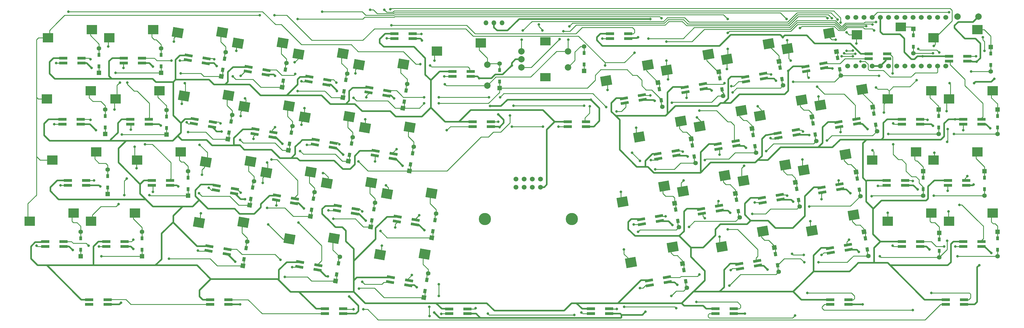
<source format=gbr>
G04 #@! TF.GenerationSoftware,KiCad,Pcbnew,(6.0.0-0)*
G04 #@! TF.CreationDate,2022-01-02T14:27:21+09:00*
G04 #@! TF.ProjectId,aliceball,616c6963-6562-4616-9c6c-2e6b69636164,rev?*
G04 #@! TF.SameCoordinates,Original*
G04 #@! TF.FileFunction,Copper,L2,Bot*
G04 #@! TF.FilePolarity,Positive*
%FSLAX46Y46*%
G04 Gerber Fmt 4.6, Leading zero omitted, Abs format (unit mm)*
G04 Created by KiCad (PCBNEW (6.0.0-0)) date 2022-01-02 14:27:21*
%MOMM*%
%LPD*%
G01*
G04 APERTURE LIST*
G04 Aperture macros list*
%AMRotRect*
0 Rectangle, with rotation*
0 The origin of the aperture is its center*
0 $1 length*
0 $2 width*
0 $3 Rotation angle, in degrees counterclockwise*
0 Add horizontal line*
21,1,$1,$2,0,0,$3*%
G04 Aperture macros list end*
G04 #@! TA.AperFunction,SMDPad,CuDef*
%ADD10R,3.300000X3.000000*%
G04 #@! TD*
G04 #@! TA.AperFunction,SMDPad,CuDef*
%ADD11RotRect,3.300000X3.000000X170.000000*%
G04 #@! TD*
G04 #@! TA.AperFunction,ComponentPad*
%ADD12C,2.000000*%
G04 #@! TD*
G04 #@! TA.AperFunction,ComponentPad*
%ADD13R,3.200000X2.500000*%
G04 #@! TD*
G04 #@! TA.AperFunction,ComponentPad*
%ADD14O,1.500000X1.500000*%
G04 #@! TD*
G04 #@! TA.AperFunction,SMDPad,CuDef*
%ADD15RotRect,2.500000X0.820000X190.000000*%
G04 #@! TD*
G04 #@! TA.AperFunction,SMDPad,CuDef*
%ADD16R,0.950000X1.300000*%
G04 #@! TD*
G04 #@! TA.AperFunction,ComponentPad*
%ADD17R,1.397000X1.397000*%
G04 #@! TD*
G04 #@! TA.AperFunction,ComponentPad*
%ADD18C,1.397000*%
G04 #@! TD*
G04 #@! TA.AperFunction,SMDPad,CuDef*
%ADD19RotRect,2.500000X0.820000X170.000000*%
G04 #@! TD*
G04 #@! TA.AperFunction,SMDPad,CuDef*
%ADD20R,2.500000X0.820000*%
G04 #@! TD*
G04 #@! TA.AperFunction,SMDPad,CuDef*
%ADD21RotRect,1.300000X0.950000X280.000000*%
G04 #@! TD*
G04 #@! TA.AperFunction,ComponentPad*
%ADD22RotRect,1.397000X1.397000X280.000000*%
G04 #@! TD*
G04 #@! TA.AperFunction,SMDPad,CuDef*
%ADD23RotRect,1.300000X0.950000X80.000000*%
G04 #@! TD*
G04 #@! TA.AperFunction,ComponentPad*
%ADD24RotRect,1.397000X1.397000X80.000000*%
G04 #@! TD*
G04 #@! TA.AperFunction,SMDPad,CuDef*
%ADD25RotRect,3.300000X3.000000X190.000000*%
G04 #@! TD*
G04 #@! TA.AperFunction,WasherPad*
%ADD26C,3.810000*%
G04 #@! TD*
G04 #@! TA.AperFunction,ComponentPad*
%ADD27C,1.500000*%
G04 #@! TD*
G04 #@! TA.AperFunction,SMDPad,CuDef*
%ADD28R,3.300000X2.800000*%
G04 #@! TD*
G04 #@! TA.AperFunction,ComponentPad*
%ADD29C,1.524000*%
G04 #@! TD*
G04 #@! TA.AperFunction,ViaPad*
%ADD30C,0.800000*%
G04 #@! TD*
G04 #@! TA.AperFunction,Conductor*
%ADD31C,0.250000*%
G04 #@! TD*
G04 #@! TA.AperFunction,Conductor*
%ADD32C,0.500000*%
G04 #@! TD*
G04 APERTURE END LIST*
D10*
X47795000Y-46441817D03*
X61395000Y-43901817D03*
X45890000Y-27391817D03*
X59490000Y-24851817D03*
X28173500Y-65491817D03*
X41773500Y-62951817D03*
X26840000Y-27391817D03*
X40440000Y-24851817D03*
X26459000Y-46441817D03*
X40059000Y-43901817D03*
D11*
X101852641Y-90014883D03*
X115588612Y-89857721D03*
D10*
X40175000Y-84541817D03*
X53775000Y-82001817D03*
X54462500Y-65491817D03*
X68062500Y-62951817D03*
D11*
X67084141Y-25812009D03*
X80918592Y-25672213D03*
D10*
X21125000Y-84541817D03*
X34725000Y-82001817D03*
D11*
X85844728Y-29120007D03*
X99679179Y-28980211D03*
X129951227Y-94928804D03*
X143785678Y-94789008D03*
X104605316Y-32428005D03*
X118439767Y-32288209D03*
X123365904Y-35736004D03*
X137200355Y-35596208D03*
D12*
X173856000Y-31599500D03*
X173856000Y-36599500D03*
X173856000Y-34099500D03*
D13*
X181356000Y-28499500D03*
X181356000Y-39699500D03*
D12*
X188356000Y-36599500D03*
X188356000Y-31599500D03*
D10*
X306684500Y-84541817D03*
X320284500Y-82001817D03*
X306684500Y-46441817D03*
X320284500Y-43901817D03*
X301922000Y-65491817D03*
X315522000Y-62951817D03*
X301922000Y-27391817D03*
X315522000Y-24851817D03*
D14*
X165354000Y-22719500D03*
X167854000Y-22719500D03*
X162854000Y-22719500D03*
D15*
X229924034Y-82196003D03*
X235537439Y-81206208D03*
X235276966Y-79728997D03*
X229663561Y-80718792D03*
D16*
X45360000Y-74075000D03*
D17*
X45360000Y-76110000D03*
D16*
X45360000Y-70525000D03*
D18*
X45360000Y-68490000D03*
D19*
X126372980Y-44399958D03*
X131986385Y-45389753D03*
X132246858Y-43912542D03*
X126633453Y-42922747D03*
D20*
X77160000Y-110478000D03*
X82860000Y-110478000D03*
X82860000Y-108978000D03*
X77160000Y-108978000D03*
X134424500Y-27610500D03*
X140124500Y-27610500D03*
X140124500Y-26110500D03*
X134424500Y-26110500D03*
D16*
X317754000Y-70996000D03*
D17*
X317754000Y-68961000D03*
D18*
X317754000Y-76581000D03*
D16*
X317754000Y-74546000D03*
D19*
X104886061Y-98732208D03*
X110499466Y-99722003D03*
X110759939Y-98244792D03*
X105146534Y-97254997D03*
X90939980Y-57353958D03*
X96553385Y-58343753D03*
X96813858Y-56866542D03*
X91200453Y-55876747D03*
D20*
X306331500Y-73330500D03*
X312031500Y-73330500D03*
X312031500Y-71830500D03*
X306331500Y-71830500D03*
D21*
X259343274Y-74451966D03*
D22*
X258989900Y-72447882D03*
D21*
X259959726Y-77948034D03*
D18*
X260313100Y-79952118D03*
D17*
X303657000Y-88201500D03*
D16*
X303657000Y-90236500D03*
D18*
X303657000Y-95821500D03*
D16*
X303657000Y-93786500D03*
D23*
X101799774Y-60422034D03*
D24*
X101446400Y-62426118D03*
D18*
X102769600Y-54921882D03*
D23*
X102416226Y-56925966D03*
D10*
X287634500Y-46441817D03*
X301234500Y-43901817D03*
D19*
X78978061Y-74919708D03*
X84591466Y-75909503D03*
X84851939Y-74432292D03*
X79238534Y-73442497D03*
D15*
X267344006Y-75528503D03*
X272957411Y-74538708D03*
X272696938Y-73061497D03*
X267083533Y-74051292D03*
D25*
X207867214Y-97412280D03*
X220819533Y-92549253D03*
D17*
X167068500Y-43053000D03*
D16*
X167068500Y-41018000D03*
X167068500Y-37468000D03*
D18*
X167068500Y-35433000D03*
D16*
X193357500Y-35684000D03*
D17*
X193357500Y-37719000D03*
D18*
X193357500Y-30099000D03*
D16*
X193357500Y-32134000D03*
D25*
X261591403Y-68595379D03*
X274543722Y-63732352D03*
D19*
X72120061Y-54155208D03*
X77733466Y-55145003D03*
X77993939Y-53667792D03*
X72380534Y-52677997D03*
D15*
X205921034Y-47715503D03*
X211534439Y-46725708D03*
X211273966Y-45248497D03*
X205660561Y-46238292D03*
D20*
X234132000Y-113335500D03*
X239832000Y-113335500D03*
X239832000Y-111835500D03*
X234132000Y-111835500D03*
X50299500Y-35230500D03*
X55999500Y-35230500D03*
X55999500Y-33730500D03*
X50299500Y-33730500D03*
D21*
X245817774Y-57687966D03*
D22*
X245464400Y-55683882D03*
D18*
X246787600Y-63188118D03*
D21*
X246434226Y-61184034D03*
D20*
X306712500Y-34659000D03*
X312412500Y-34659000D03*
X312412500Y-33159000D03*
X306712500Y-33159000D03*
D25*
X256476254Y-30809564D03*
X269428573Y-25946537D03*
D19*
X70215061Y-34343208D03*
X75828466Y-35333003D03*
X76088939Y-33855792D03*
X70475534Y-32865997D03*
D21*
X278202774Y-71213466D03*
D22*
X277849400Y-69209382D03*
D18*
X279172600Y-76713618D03*
D21*
X278819226Y-74709534D03*
D24*
X82704626Y-58963584D03*
D23*
X83058000Y-56959500D03*
X83674452Y-53463432D03*
D18*
X84027826Y-51459348D03*
D21*
X283346274Y-51020466D03*
D22*
X282992900Y-49016382D03*
D18*
X284316100Y-56520618D03*
D21*
X283962726Y-54516534D03*
D24*
X80681900Y-39375618D03*
D23*
X81035274Y-37371534D03*
D18*
X82005100Y-31871382D03*
D23*
X81651726Y-33875466D03*
D15*
X213731534Y-104484503D03*
X219344939Y-103494708D03*
X219084466Y-102017497D03*
X213471061Y-103007292D03*
X272596034Y-55145003D03*
X278209439Y-54155208D03*
X277948966Y-52677997D03*
X272335561Y-53667792D03*
D24*
X137069900Y-49281618D03*
D23*
X137423274Y-47277534D03*
X138039726Y-43781466D03*
D18*
X138393100Y-41777382D03*
D20*
X292044000Y-92380500D03*
X297744000Y-92380500D03*
X297744000Y-90880500D03*
X292044000Y-90880500D03*
D19*
X88844480Y-37922958D03*
X94457885Y-38912753D03*
X94718358Y-37435542D03*
X89104953Y-36445747D03*
D20*
X39620000Y-110480000D03*
X45320000Y-110480000D03*
X45320000Y-108980000D03*
X39620000Y-108980000D03*
X305684000Y-110478000D03*
X311384000Y-110478000D03*
X311384000Y-108978000D03*
X305684000Y-108978000D03*
D16*
X70294500Y-74546000D03*
D17*
X70294500Y-76581000D03*
D18*
X70294500Y-68961000D03*
D16*
X70294500Y-70996000D03*
D17*
X61912500Y-38290500D03*
D16*
X61912500Y-36255500D03*
D18*
X61912500Y-30670500D03*
D16*
X61912500Y-32705500D03*
D20*
X152407500Y-39421500D03*
X158107500Y-39421500D03*
X158107500Y-37921500D03*
X152407500Y-37921500D03*
D26*
X162522000Y-83888000D03*
X189522000Y-83888000D03*
D27*
X172212000Y-73918500D03*
X172212000Y-71378500D03*
X174752000Y-73918500D03*
X174752000Y-71378500D03*
X177292000Y-73918500D03*
X177292000Y-71378500D03*
X179832000Y-73918500D03*
X179832000Y-71378500D03*
D15*
X241735034Y-99341003D03*
X247348439Y-98351208D03*
X247087966Y-96873997D03*
X241474561Y-97863792D03*
D20*
X151440000Y-113350000D03*
X157140000Y-113350000D03*
X157140000Y-111850000D03*
X151440000Y-111850000D03*
D11*
X69029107Y-45498837D03*
X82863558Y-45359041D03*
D10*
X278109500Y-26439317D03*
D28*
X291709500Y-23999317D03*
D23*
X146376774Y-87663534D03*
D24*
X146023400Y-89667618D03*
D18*
X147346600Y-82163382D03*
D23*
X146993226Y-84167466D03*
D11*
X113373002Y-72661740D03*
X127207453Y-72521944D03*
D16*
X44577000Y-55305500D03*
D17*
X44577000Y-57340500D03*
D16*
X44577000Y-51755500D03*
D18*
X44577000Y-49720500D03*
D12*
X309360500Y-20764500D03*
X315860500Y-20764500D03*
D25*
X242830815Y-71903377D03*
X255783134Y-67040350D03*
D11*
X73669465Y-85004811D03*
X87503916Y-84865015D03*
D24*
X87349400Y-98430618D03*
D23*
X87702774Y-96426534D03*
D18*
X88672600Y-90926382D03*
D23*
X88319226Y-92930466D03*
D25*
X218955079Y-37425559D03*
X231907398Y-32562532D03*
D20*
X292044000Y-54280500D03*
X297744000Y-54280500D03*
X297744000Y-52780500D03*
X292044000Y-52780500D03*
D22*
X223937900Y-97784382D03*
D21*
X224291274Y-99788466D03*
D18*
X225261100Y-105288618D03*
D21*
X224907726Y-103284534D03*
D17*
X298704000Y-68961000D03*
D16*
X298704000Y-70996000D03*
X298704000Y-74546000D03*
D18*
X298704000Y-76581000D03*
D19*
X128317561Y-64061208D03*
X133930966Y-65051003D03*
X134191439Y-63573792D03*
X128578034Y-62583997D03*
X107743561Y-41010708D03*
X113356966Y-42000503D03*
X113617439Y-40523292D03*
X108004034Y-39533497D03*
D24*
X139092626Y-68869584D03*
D23*
X139446000Y-66865500D03*
D18*
X140415826Y-61365348D03*
D23*
X140062452Y-63369432D03*
D15*
X224862506Y-44286503D03*
X230475911Y-43296708D03*
X230215438Y-41819497D03*
X224602033Y-42809292D03*
D20*
X25915500Y-92380500D03*
X31615500Y-92380500D03*
X31615500Y-90880500D03*
X25915500Y-90880500D03*
X195460500Y-113335500D03*
X201160500Y-113335500D03*
X201160500Y-111835500D03*
X195460500Y-111835500D03*
D17*
X42672000Y-38290500D03*
D16*
X42672000Y-36255500D03*
D18*
X42672000Y-30670500D03*
D16*
X42672000Y-32705500D03*
D20*
X44889500Y-92380500D03*
X50589500Y-92380500D03*
X50589500Y-90880500D03*
X44889500Y-90880500D03*
X188221500Y-55042500D03*
X193921500Y-55042500D03*
X193921500Y-53542500D03*
X188221500Y-53542500D03*
D22*
X271753400Y-31680882D03*
D21*
X272106774Y-33684966D03*
D18*
X273076600Y-39185118D03*
D21*
X272723226Y-37181034D03*
D15*
X253736534Y-58574003D03*
X259349939Y-57584208D03*
X259089466Y-56106997D03*
X253476061Y-57096792D03*
D25*
X229204494Y-54962188D03*
X242156813Y-50099161D03*
D21*
X252817115Y-94787307D03*
D22*
X252463741Y-92783223D03*
D21*
X253433567Y-98283375D03*
D18*
X253786941Y-100287459D03*
D15*
X235067534Y-62003003D03*
X240680939Y-61013208D03*
X240420466Y-59535997D03*
X234807061Y-60525792D03*
D21*
X254199774Y-36732966D03*
D22*
X253846400Y-34728882D03*
D21*
X254816226Y-40229034D03*
D18*
X255169600Y-42233118D03*
D20*
X201366000Y-27610500D03*
X207066000Y-27610500D03*
X207066000Y-26110500D03*
X201366000Y-26110500D03*
D19*
X97647061Y-77967708D03*
X103260466Y-78957503D03*
X103520939Y-77480292D03*
X97907534Y-76490497D03*
D25*
X266725670Y-48346192D03*
X279677989Y-43483165D03*
D20*
X52395000Y-54280500D03*
X58095000Y-54280500D03*
X58095000Y-52780500D03*
X52395000Y-52780500D03*
X287357500Y-73330500D03*
X293057500Y-73330500D03*
X293057500Y-71830500D03*
X287357500Y-71830500D03*
D25*
X247965082Y-51654190D03*
X260917401Y-46791163D03*
D16*
X303466500Y-51755500D03*
D17*
X303466500Y-49720500D03*
D18*
X303466500Y-57340500D03*
D16*
X303466500Y-55305500D03*
D25*
X264148977Y-87488287D03*
X277101296Y-82625260D03*
X205309640Y-78519372D03*
X218261959Y-73656345D03*
D11*
X125310870Y-55422830D03*
X139145321Y-55283034D03*
X106550282Y-52114832D03*
X120384733Y-51975036D03*
D23*
X143900274Y-106332534D03*
D24*
X143546900Y-108336618D03*
D23*
X144516726Y-102836466D03*
D18*
X144870100Y-100832382D03*
D20*
X31249500Y-54280500D03*
X36949500Y-54280500D03*
X36949500Y-52780500D03*
X31249500Y-52780500D03*
D19*
X135135980Y-84595458D03*
X140749385Y-85585253D03*
X141009858Y-84108042D03*
X135396453Y-83118247D03*
D17*
X36957000Y-95440500D03*
D16*
X36957000Y-93405500D03*
D18*
X36957000Y-87820500D03*
D16*
X36957000Y-89855500D03*
X63627000Y-55496000D03*
D17*
X63627000Y-57531000D03*
D18*
X63627000Y-49911000D03*
D16*
X63627000Y-51946000D03*
D20*
X311094000Y-92380500D03*
X316794000Y-92380500D03*
X316794000Y-90880500D03*
X311094000Y-90880500D03*
X281757000Y-33897000D03*
X287457000Y-33897000D03*
X287457000Y-32397000D03*
X281757000Y-32397000D03*
D16*
X319659000Y-32324500D03*
D17*
X319659000Y-30289500D03*
D18*
X319659000Y-37909500D03*
D16*
X319659000Y-35874500D03*
D10*
X282872000Y-65491817D03*
X296472000Y-62951817D03*
D20*
X311094000Y-54280500D03*
X316794000Y-54280500D03*
X316794000Y-52780500D03*
X311094000Y-52780500D03*
D22*
X216317900Y-41396382D03*
D21*
X216671274Y-43400466D03*
D18*
X217641100Y-48900618D03*
D21*
X217287726Y-46896534D03*
D11*
X94612414Y-69353742D03*
X108446865Y-69213946D03*
D16*
X56007000Y-93405500D03*
D17*
X56007000Y-95440500D03*
D18*
X56007000Y-87820500D03*
D16*
X56007000Y-89855500D03*
D23*
X120468774Y-63851034D03*
D24*
X120115400Y-65855118D03*
D18*
X121438600Y-58350882D03*
D23*
X121085226Y-60354966D03*
D11*
X132133590Y-75969736D03*
X145968041Y-75829940D03*
D17*
X321754500Y-49720500D03*
D16*
X321754500Y-51755500D03*
X321754500Y-55305500D03*
D18*
X321754500Y-57340500D03*
D15*
X269929034Y-94388003D03*
X275542439Y-93398208D03*
X275281966Y-91920997D03*
X269668561Y-92910792D03*
D24*
X89444900Y-79571118D03*
D23*
X89798274Y-77567034D03*
X90414726Y-74070966D03*
D18*
X90768100Y-72066882D03*
D12*
X163258500Y-42302500D03*
X163258500Y-35802500D03*
D24*
X108304400Y-83000118D03*
D23*
X108657774Y-80996034D03*
D18*
X109627600Y-75495882D03*
D23*
X109274226Y-77499966D03*
D19*
X116506561Y-81206208D03*
X122119966Y-82196003D03*
X122380439Y-80718792D03*
X116767034Y-79728997D03*
D15*
X262309034Y-37809503D03*
X267922439Y-36819708D03*
X267661966Y-35342497D03*
X262048561Y-36332292D03*
D20*
X31554500Y-35230500D03*
X37254500Y-35230500D03*
X37254500Y-33730500D03*
X31554500Y-33730500D03*
D16*
X321754500Y-89855500D03*
D17*
X321754500Y-87820500D03*
D16*
X321754500Y-93405500D03*
D18*
X321754500Y-95440500D03*
D20*
X158694000Y-55042500D03*
X164394000Y-55042500D03*
X164394000Y-53542500D03*
X158694000Y-53542500D03*
D24*
X99541400Y-42804618D03*
D23*
X99894774Y-40800534D03*
X100511226Y-37304466D03*
D18*
X100864600Y-35300382D03*
D25*
X200194491Y-40733557D03*
X213146810Y-35870530D03*
D29*
X277749000Y-36231400D03*
X280289000Y-36231400D03*
X282829000Y-36231400D03*
X285369000Y-36231400D03*
X287909000Y-36231400D03*
X290449000Y-36231400D03*
X292989000Y-36231400D03*
X295529000Y-36231400D03*
X298069000Y-36231400D03*
X300609000Y-36231400D03*
X303149000Y-36231400D03*
X305689000Y-36231400D03*
X305689000Y-21011400D03*
X303149000Y-21011400D03*
X300609000Y-21011400D03*
X298069000Y-21011400D03*
X295529000Y-21011400D03*
X292989000Y-21011400D03*
X290449000Y-21011400D03*
X287909000Y-21011400D03*
X285369000Y-21011400D03*
X282829000Y-21011400D03*
X280289000Y-21011400D03*
X277749000Y-21011400D03*
X275209000Y-21011400D03*
X275209000Y-36231400D03*
D20*
X112783500Y-113335500D03*
X118483500Y-113335500D03*
X118483500Y-111835500D03*
X112783500Y-111835500D03*
D11*
X87789695Y-48806834D03*
X101624146Y-48667038D03*
D25*
X237715667Y-34117562D03*
X250667986Y-29254535D03*
X236064282Y-92480993D03*
X248918121Y-87635331D03*
D23*
X116467115Y-101162694D03*
D24*
X116113741Y-103166778D03*
D23*
X117083567Y-97666626D03*
D18*
X117436941Y-95662542D03*
D22*
X240320900Y-75876882D03*
D21*
X240674274Y-77880966D03*
D18*
X241644100Y-83381118D03*
D21*
X241290726Y-81377034D03*
D19*
X133080061Y-103494708D03*
X138693466Y-104484503D03*
X138953939Y-103007292D03*
X133340534Y-102017497D03*
D21*
X264486774Y-54068466D03*
D22*
X264133400Y-52064382D03*
D21*
X265103226Y-57564534D03*
D18*
X265456600Y-59568618D03*
D21*
X280679274Y-89882466D03*
D22*
X280325900Y-87878382D03*
D21*
X281295726Y-93378534D03*
D18*
X281649100Y-95382618D03*
D22*
X226604900Y-58922382D03*
D21*
X226958274Y-60926466D03*
D18*
X227928100Y-66426618D03*
D21*
X227574726Y-64422534D03*
D10*
X287634500Y-84541817D03*
X301234500Y-82001817D03*
D20*
X269760000Y-110470000D03*
X275460000Y-110470000D03*
X275460000Y-108970000D03*
X269760000Y-108970000D03*
D19*
X109648561Y-60632208D03*
X115261966Y-61622003D03*
X115522439Y-60144792D03*
X109909034Y-59154997D03*
D24*
X127063500Y-86296500D03*
D23*
X127416874Y-84292416D03*
X128033326Y-80796348D03*
D18*
X128386700Y-78792264D03*
D25*
X224070228Y-75211375D03*
X237022547Y-70348348D03*
D17*
X295656000Y-24574500D03*
D16*
X295656000Y-26609500D03*
D18*
X295656000Y-32194500D03*
D16*
X295656000Y-30159500D03*
D15*
X248783534Y-78767003D03*
X254396939Y-77777208D03*
X254136466Y-76299997D03*
X248523061Y-77289792D03*
D11*
X75851827Y-66045743D03*
X89686278Y-65905947D03*
D10*
X147617000Y-31519500D03*
X161217000Y-28979500D03*
D25*
X210443907Y-58270186D03*
X223396226Y-53407159D03*
D19*
X76692061Y-93779208D03*
X82305466Y-94769003D03*
X82565939Y-93291792D03*
X76952534Y-92301997D03*
D20*
X59062500Y-73330500D03*
X64762500Y-73330500D03*
X64762500Y-71830500D03*
X59062500Y-71830500D03*
D24*
X118400900Y-46043118D03*
D23*
X118754274Y-44039034D03*
D18*
X119724100Y-38538882D03*
D23*
X119370726Y-40542966D03*
D15*
X211255034Y-85434503D03*
X216868439Y-84444708D03*
X216607966Y-82967497D03*
X210994561Y-83957292D03*
X243640034Y-41048003D03*
X249253439Y-40058208D03*
X248992966Y-38580997D03*
X243379561Y-39570792D03*
D22*
X235177400Y-37967382D03*
D21*
X235530774Y-39971466D03*
X236147226Y-43467534D03*
D18*
X236500600Y-45471618D03*
D20*
X32964000Y-73330500D03*
X38664000Y-73330500D03*
X38664000Y-71830500D03*
X32964000Y-71830500D03*
D15*
X216398534Y-65051003D03*
X222011939Y-64061208D03*
X221751466Y-62583997D03*
X216138061Y-63573792D03*
D21*
X221814774Y-80928966D03*
D22*
X221461400Y-78924882D03*
D21*
X222431226Y-84425034D03*
D18*
X222784600Y-86429118D03*
D30*
X301752000Y-32194500D03*
X284988000Y-39243000D03*
X84201000Y-39433500D03*
X313563000Y-37909500D03*
X148209000Y-47815500D03*
X104394000Y-44005500D03*
X121729500Y-46101000D03*
X47815500Y-38290500D03*
X68008500Y-38481000D03*
X220599000Y-47625000D03*
X239458500Y-44386500D03*
X143637000Y-47815500D03*
X258318000Y-41148000D03*
X70294500Y-56769000D03*
X215455500Y-68389500D03*
X208216500Y-63246000D03*
X170307000Y-51625500D03*
X171450000Y-48577500D03*
X268795500Y-59436000D03*
X249936000Y-62674500D03*
X287845500Y-57340500D03*
X86487000Y-59245500D03*
X308229000Y-57340500D03*
X230886000Y-65532000D03*
X105156000Y-62674500D03*
X210693000Y-65722500D03*
X193357500Y-48577500D03*
X123253500Y-65913000D03*
X49720500Y-57531000D03*
X225933000Y-86296500D03*
X94869000Y-80391000D03*
X289369500Y-60579000D03*
X263271000Y-80010000D03*
X58293000Y-76390500D03*
X130111500Y-87630000D03*
X301942500Y-76581000D03*
X210121500Y-87820500D03*
X115443000Y-83820000D03*
X73723500Y-75819000D03*
X282702000Y-76771500D03*
X245554500Y-82296000D03*
X285178500Y-95440500D03*
X220408500Y-107823000D03*
X145351500Y-114109500D03*
X123444000Y-105537000D03*
X266128500Y-97345500D03*
X238506000Y-104584500D03*
X306133500Y-59817000D03*
X100393500Y-101917500D03*
X261747000Y-97345500D03*
X309372000Y-95440500D03*
X43434000Y-95440500D03*
X64389000Y-96202500D03*
X145230000Y-111252000D03*
X306324000Y-55816500D03*
X306133500Y-90678000D03*
X271462500Y-28003500D03*
X170878500Y-36004500D03*
X88011000Y-77724000D03*
X146770000Y-112966500D03*
X136969500Y-67246500D03*
X243268500Y-113347500D03*
X79248000Y-36195000D03*
X210100000Y-27180000D03*
X34480500Y-93535500D03*
X84963000Y-97155000D03*
X319849500Y-94488000D03*
X195453000Y-46672500D03*
X41719500Y-56197500D03*
X215265000Y-47053500D03*
X296989500Y-74676000D03*
X141351000Y-105156000D03*
X258318000Y-78486000D03*
X238696500Y-81915000D03*
X316122805Y-98214695D03*
X160782000Y-40005000D03*
X252984000Y-40767000D03*
X143722089Y-87354411D03*
X59436000Y-36385500D03*
X134302500Y-46291500D03*
X319468500Y-55626000D03*
X67246500Y-73723500D03*
X164115750Y-48672750D03*
X220789500Y-85725000D03*
X43053000Y-73723500D03*
X125539500Y-84391500D03*
X212407500Y-112776000D03*
X61824521Y-54761479D03*
X243649500Y-61722000D03*
X301752000Y-54864000D03*
X113728500Y-101727000D03*
X116586000Y-44005500D03*
X276034500Y-75819000D03*
X97345500Y-39243000D03*
X270510000Y-36957000D03*
X99631500Y-60388500D03*
X120396000Y-108013500D03*
X250317000Y-99631500D03*
X49470799Y-109977701D03*
X86487000Y-110490000D03*
X40386000Y-36766500D03*
X278701500Y-94083110D03*
X314325000Y-73152000D03*
X80772000Y-56578500D03*
X300609000Y-93345000D03*
X281368500Y-55816500D03*
X53340000Y-93154500D03*
X222313500Y-104394000D03*
X167068500Y-55245000D03*
X166687500Y-51244500D03*
X225552000Y-64389000D03*
X118491000Y-63817500D03*
X142960000Y-28200000D03*
X263271000Y-57721500D03*
X106299000Y-80581500D03*
X315277500Y-34861500D03*
X232981500Y-43815000D03*
X279844500Y-110490000D03*
X213931500Y-21526500D03*
X317754000Y-31432500D03*
X315087000Y-33147000D03*
X317182500Y-27241500D03*
X320802000Y-40195500D03*
X255079500Y-27241500D03*
X314515500Y-41529000D03*
X256794000Y-37719000D03*
X298525500Y-33159000D03*
X308610000Y-52768500D03*
X312420000Y-70485000D03*
X311086500Y-56197500D03*
X309943500Y-79438500D03*
X306324000Y-75057000D03*
X308639188Y-92421688D03*
X305181000Y-92392500D03*
X289179000Y-92202000D03*
X295465500Y-72009000D03*
X284607000Y-73533000D03*
X300037500Y-52959000D03*
X289369500Y-54102000D03*
X289179000Y-38481000D03*
X263080500Y-39814500D03*
X265747500Y-42672000D03*
X272415000Y-71818500D03*
X272986500Y-56769000D03*
X275653500Y-90297000D03*
X267081000Y-77724000D03*
X256413000Y-76581000D03*
X267081000Y-95059500D03*
X261556500Y-95059500D03*
X257937000Y-94678500D03*
X261366000Y-56578500D03*
X246316500Y-78676500D03*
X251460000Y-38862000D03*
X251269500Y-58674000D03*
X239077500Y-42481500D03*
X236982000Y-41529000D03*
X225171000Y-46101000D03*
X229171500Y-50101500D03*
X235458000Y-63817500D03*
X235077000Y-78295500D03*
X237934500Y-87058500D03*
X230886000Y-83629500D03*
X238887000Y-99822000D03*
X229171500Y-101155500D03*
X218694000Y-83058000D03*
X210693000Y-105346500D03*
X208788000Y-85534500D03*
X224028000Y-62865000D03*
X213931500Y-45339000D03*
X214122000Y-65532000D03*
X203417951Y-50328049D03*
X167259000Y-45910500D03*
X200215500Y-48958500D03*
X143637000Y-45910500D03*
X163830000Y-45910500D03*
X148209000Y-45910500D03*
X125730000Y-45910500D03*
X135064500Y-62103000D03*
X142113000Y-82677000D03*
X128397000Y-65913000D03*
X134683500Y-86487000D03*
X139827000Y-101346000D03*
X124396500Y-103441500D03*
X124396500Y-81534000D03*
X117348000Y-60579000D03*
X113919000Y-81153000D03*
X116395500Y-41338500D03*
X107251500Y-60769500D03*
X105537000Y-40957500D03*
X103632000Y-38671500D03*
X97345500Y-55245000D03*
X86677500Y-39243000D03*
X96202500Y-65341500D03*
X90678000Y-58864500D03*
X104584500Y-84963000D03*
X97726500Y-79629000D03*
X99060000Y-96583500D03*
X102679500Y-98869500D03*
X73342500Y-93726000D03*
X86677500Y-75628500D03*
X76771500Y-74104500D03*
X80391000Y-54102000D03*
X78486000Y-34099500D03*
X69913500Y-53721000D03*
X65151000Y-34480500D03*
X67818000Y-34480500D03*
X50292000Y-36766500D03*
X51435000Y-41338500D03*
X56959500Y-60579000D03*
X52578000Y-56007000D03*
X59436000Y-75438000D03*
X53340000Y-90297000D03*
X39433500Y-92202000D03*
X42672000Y-92392500D03*
X41148000Y-71818500D03*
X23241000Y-92202000D03*
X40005000Y-52959000D03*
X30670500Y-73342500D03*
X28765500Y-54292500D03*
X40005000Y-34099500D03*
X145542000Y-36004500D03*
X29337000Y-35242500D03*
X33147000Y-19240500D03*
X142494000Y-35623500D03*
X149923500Y-39433500D03*
X142820000Y-26180000D03*
X133440000Y-23470000D03*
X132050000Y-27600000D03*
X199050000Y-27660000D03*
X195110607Y-48768000D03*
X185356500Y-55054500D03*
X166687500Y-53530500D03*
X180594000Y-55054500D03*
X170878500Y-55054500D03*
X148209000Y-104203500D03*
X159639000Y-111633000D03*
X150685500Y-56197500D03*
X148209000Y-107823000D03*
X148990000Y-113410000D03*
X163449000Y-113347500D03*
X203530000Y-111880000D03*
X190270000Y-113750000D03*
X192510000Y-112970000D03*
X228219000Y-109728000D03*
X221932500Y-111633000D03*
X205750000Y-111250000D03*
X262699500Y-106870500D03*
X258889500Y-113919000D03*
X295465500Y-112204500D03*
X301180500Y-106870500D03*
X121729500Y-112014000D03*
X124777500Y-112014000D03*
X92583000Y-20383500D03*
X97155000Y-20383500D03*
X209020000Y-32020000D03*
X284035500Y-22479000D03*
X205740000Y-93345000D03*
X199834500Y-36004500D03*
X213340000Y-27620000D03*
X204787500Y-75438000D03*
X200596500Y-43624500D03*
X209550000Y-55435500D03*
X224218500Y-71818500D03*
X218884500Y-34480500D03*
X47434500Y-49720500D03*
X282892500Y-23241000D03*
X51244500Y-71247000D03*
X104394000Y-21526500D03*
X49149000Y-41338500D03*
X235458000Y-89344500D03*
X228409500Y-52197000D03*
X217360500Y-21336000D03*
X54292500Y-68008500D03*
X48768000Y-79248000D03*
X219456000Y-40386000D03*
X218884500Y-28575000D03*
X50482500Y-76390500D03*
X45529500Y-30099000D03*
X53721000Y-61341000D03*
X247269000Y-48768000D03*
X74676000Y-70104000D03*
X243078000Y-67246500D03*
X112014000Y-19240500D03*
X74295000Y-82105500D03*
X237934500Y-25908000D03*
X237934500Y-21526500D03*
X65913000Y-28575000D03*
X69342000Y-41529000D03*
X237744000Y-37147500D03*
X73914000Y-60769500D03*
X280987500Y-23775000D03*
X237934500Y-30861000D03*
X68389500Y-48006000D03*
X257556000Y-34480500D03*
X126873000Y-18669000D03*
X261175500Y-65341500D03*
X94869000Y-66294000D03*
X95250000Y-85534500D03*
X263652000Y-84582000D03*
X93535500Y-72580500D03*
X260413500Y-24384000D03*
X256222500Y-21526500D03*
X256413000Y-28194000D03*
X86677500Y-51816000D03*
X85344000Y-31432500D03*
X88011000Y-46291500D03*
X266128500Y-45720000D03*
X283464000Y-25146000D03*
X296608500Y-40576500D03*
X282892500Y-62484000D03*
X105537000Y-54483000D03*
X277939500Y-29146500D03*
X273022549Y-22633451D03*
X286512000Y-50673000D03*
X112204500Y-69532500D03*
X131254500Y-18669000D03*
X103441500Y-35052000D03*
X274891500Y-25717500D03*
X284035500Y-42862500D03*
X106489500Y-49339500D03*
X287655000Y-81915000D03*
X302133000Y-63246000D03*
X125349000Y-52768500D03*
X301942500Y-29908500D03*
X306514500Y-81534000D03*
X122301000Y-38481000D03*
X305943000Y-50292000D03*
X130492500Y-92202000D03*
X306895500Y-41529000D03*
X131826000Y-73342500D03*
X133159500Y-18478500D03*
X150114000Y-41910000D03*
X279213799Y-34730201D03*
X188785500Y-23812500D03*
X188404500Y-28003500D03*
X146875500Y-34480500D03*
X274129500Y-32253017D03*
X270319500Y-21304980D03*
X277558500Y-32385000D03*
X272070049Y-21680951D03*
X276790981Y-31404907D03*
X174307500Y-25146000D03*
X173926500Y-28003500D03*
X274891500Y-31432500D03*
X276796500Y-33172500D03*
X185737500Y-27813000D03*
X186880500Y-25336500D03*
X273367500Y-33147000D03*
X268986000Y-21304980D03*
X306705000Y-19431000D03*
X297180000Y-30861000D03*
X303657000Y-32004000D03*
X180403500Y-25146000D03*
X179260500Y-23241000D03*
D31*
X42672000Y-32705500D02*
X42672000Y-30670500D01*
X42672000Y-30670500D02*
X42672000Y-29337000D01*
X42672000Y-29337000D02*
X39990000Y-26655000D01*
X39990000Y-26655000D02*
X39990000Y-24851817D01*
X214312500Y-43624500D02*
X217287726Y-46599726D01*
X220599000Y-47625000D02*
X220789500Y-47434500D01*
X254816226Y-41879744D02*
X255169600Y-42233118D01*
X134625618Y-49281618D02*
X137069900Y-49281618D01*
X217287726Y-46896534D02*
X217287726Y-48547244D01*
X220789500Y-47434500D02*
X232981500Y-47434500D01*
X118754274Y-44039034D02*
X118754274Y-45689744D01*
X206694720Y-37338000D02*
X208409220Y-39052500D01*
X167068500Y-41018000D02*
X167068500Y-43053000D01*
X271113718Y-41148000D02*
X273076600Y-39185118D01*
X137069900Y-49281618D02*
X142170882Y-49281618D01*
X198525755Y-37313245D02*
X206096245Y-37313245D01*
X61912500Y-36255500D02*
X61912500Y-38290500D01*
X142170882Y-49281618D02*
X143637000Y-47815500D01*
X99894774Y-40800534D02*
X99894774Y-42451244D01*
X42672000Y-36255500D02*
X42672000Y-38290500D01*
X90487500Y-40386000D02*
X92906118Y-42804618D01*
X167068500Y-43053000D02*
X194340010Y-43053000D01*
X232981500Y-47434500D02*
X234944382Y-45471618D01*
X92906118Y-42804618D02*
X99541400Y-42804618D01*
X295656000Y-32194500D02*
X301752000Y-32194500D01*
X208409220Y-39052500D02*
X209740500Y-39052500D01*
X295656000Y-30159500D02*
X295656000Y-32194500D01*
X121729500Y-46101000D02*
X122682000Y-47053500D01*
X236147226Y-43467534D02*
X236147226Y-44123226D01*
X254816226Y-40229034D02*
X254816226Y-41879744D01*
X206096245Y-37313245D02*
X206121000Y-37338000D01*
X272723226Y-38831744D02*
X273076600Y-39185118D01*
X74676000Y-38862000D02*
X74295000Y-38481000D01*
X75189618Y-39375618D02*
X74676000Y-38862000D01*
X80681900Y-39375618D02*
X75189618Y-39375618D01*
X313563000Y-37909500D02*
X319659000Y-37909500D01*
X118400900Y-46043118D02*
X114813618Y-46043118D01*
X114813618Y-46043118D02*
X112966500Y-44196000D01*
X239458500Y-44386500D02*
X240792000Y-43053000D01*
X74295000Y-38481000D02*
X68008500Y-38481000D01*
X81035274Y-37371534D02*
X81035274Y-39022244D01*
X99894774Y-42451244D02*
X99541400Y-42804618D01*
X234944382Y-45471618D02*
X236500600Y-45471618D01*
X61912500Y-38290500D02*
X47815500Y-38290500D01*
X211264500Y-40576500D02*
X211264500Y-42291000D01*
X211264500Y-42291000D02*
X212598000Y-43624500D01*
X194340010Y-43053000D02*
X196786500Y-40606510D01*
X272723226Y-37181034D02*
X272723226Y-38831744D01*
X132397500Y-47053500D02*
X134625618Y-49281618D01*
X319659000Y-35874500D02*
X319659000Y-37909500D01*
X206121000Y-37338000D02*
X206694720Y-37338000D01*
X254349718Y-43053000D02*
X255169600Y-42233118D01*
X196786500Y-40606510D02*
X196786500Y-39052500D01*
X137423274Y-47277534D02*
X137423274Y-48928244D01*
X122682000Y-47053500D02*
X132397500Y-47053500D01*
X81035274Y-39022244D02*
X80681900Y-39375618D01*
X112966500Y-44196000D02*
X112776000Y-44005500D01*
X118754274Y-45689744D02*
X118400900Y-46043118D01*
X209740500Y-39052500D02*
X211264500Y-40576500D01*
X284988000Y-39243000D02*
X284930118Y-39185118D01*
X85153500Y-40386000D02*
X90487500Y-40386000D01*
X84201000Y-39433500D02*
X85153500Y-40386000D01*
X217287726Y-46599726D02*
X217287726Y-46896534D01*
X236147226Y-44123226D02*
X236791500Y-44767500D01*
X148209000Y-47815500D02*
X163639500Y-47815500D01*
X163639500Y-47815500D02*
X167068500Y-44386500D01*
X284930118Y-39185118D02*
X273076600Y-39185118D01*
X217287726Y-48547244D02*
X217641100Y-48900618D01*
X240792000Y-43053000D02*
X254349718Y-43053000D01*
X137423274Y-48928244D02*
X137069900Y-49281618D01*
X258318000Y-41148000D02*
X271113718Y-41148000D01*
X196786500Y-39052500D02*
X198525755Y-37313245D01*
X212598000Y-43624500D02*
X214312500Y-43624500D01*
X167068500Y-44386500D02*
X167068500Y-43053000D01*
X112776000Y-44005500D02*
X104394000Y-44005500D01*
X40767000Y-47244000D02*
X39609000Y-46086000D01*
X44577000Y-51755500D02*
X44577000Y-49720500D01*
X39609000Y-46086000D02*
X39609000Y-43901817D01*
X44577000Y-49720500D02*
X44577000Y-48577500D01*
X44577000Y-48577500D02*
X43243500Y-47244000D01*
X43243500Y-47244000D02*
X40767000Y-47244000D01*
X105156000Y-62674500D02*
X106108500Y-63627000D01*
X63627000Y-55496000D02*
X63627000Y-57531000D01*
X170307000Y-53911500D02*
X170307000Y-51625500D01*
X231267000Y-65151000D02*
X238315500Y-65151000D01*
X83058000Y-56959500D02*
X83058000Y-58610210D01*
X97345500Y-60198000D02*
X99573618Y-62426118D01*
X77152500Y-58102500D02*
X75819000Y-56769000D01*
X150776916Y-68869584D02*
X159258000Y-60388500D01*
X86487000Y-59245500D02*
X87439500Y-60198000D01*
X101799774Y-62072744D02*
X101446400Y-62426118D01*
X163639500Y-58293000D02*
X164401500Y-57531000D01*
X116014500Y-63627000D02*
X118242618Y-65855118D01*
X44577000Y-55305500D02*
X44577000Y-57340500D01*
X193357500Y-35684000D02*
X193357500Y-37719000D01*
X283962726Y-54516534D02*
X283962726Y-56167244D01*
X264636718Y-60388500D02*
X265456600Y-59568618D01*
X246434226Y-61184034D02*
X246434226Y-62834744D01*
X193357500Y-48577500D02*
X171450000Y-48577500D01*
X101799774Y-60422034D02*
X101799774Y-62072744D01*
X240278382Y-63188118D02*
X246787600Y-63188118D01*
X221361000Y-68389500D02*
X215455500Y-68389500D01*
X303466500Y-57340500D02*
X287845500Y-57340500D01*
X139092626Y-68869584D02*
X150776916Y-68869584D01*
X210693000Y-65722500D02*
X208216500Y-63246000D01*
X252222000Y-60388500D02*
X264636718Y-60388500D01*
X223323882Y-66426618D02*
X222504000Y-67246500D01*
X139446000Y-66865500D02*
X139446000Y-68516210D01*
X227574726Y-66073244D02*
X227928100Y-66426618D01*
X120468774Y-63851034D02*
X120468774Y-65501744D01*
X75819000Y-56769000D02*
X70294500Y-56769000D01*
X87439500Y-60198000D02*
X97345500Y-60198000D01*
X164401500Y-57531000D02*
X165163500Y-56769000D01*
X120468774Y-65501744D02*
X120115400Y-65855118D01*
X82704626Y-58963584D02*
X78013584Y-58963584D01*
X227928100Y-66426618D02*
X223323882Y-66426618D01*
X106108500Y-63627000D02*
X116014500Y-63627000D01*
X246434226Y-62834744D02*
X246787600Y-63188118D01*
X265103226Y-57564534D02*
X265103226Y-59215244D01*
X161353500Y-58293000D02*
X162877500Y-58293000D01*
X123253500Y-65913000D02*
X126210084Y-68869584D01*
X63627000Y-57531000D02*
X49720500Y-57531000D01*
X227574726Y-64422534D02*
X227574726Y-66073244D01*
X126210084Y-68869584D02*
X139092626Y-68869584D01*
X283962726Y-56167244D02*
X284316100Y-56520618D01*
X238315500Y-65151000D02*
X240278382Y-63188118D01*
X282924718Y-57912000D02*
X284316100Y-56520618D01*
X321754500Y-55305500D02*
X321754500Y-57340500D01*
X249936000Y-62674500D02*
X252222000Y-60388500D01*
X265103226Y-59215244D02*
X265456600Y-59568618D01*
X83058000Y-58610210D02*
X82704626Y-58963584D01*
X268795500Y-59436000D02*
X270319500Y-57912000D01*
X321754500Y-57340500D02*
X308229000Y-57340500D01*
X118242618Y-65855118D02*
X120115400Y-65855118D01*
X165163500Y-56769000D02*
X167449500Y-56769000D01*
X167449500Y-56769000D02*
X170307000Y-53911500D01*
X303466500Y-55305500D02*
X303466500Y-57340500D01*
X99573618Y-62426118D02*
X101446400Y-62426118D01*
X159258000Y-60388500D02*
X161353500Y-58293000D01*
X78013584Y-58963584D02*
X77152500Y-58102500D01*
X270319500Y-57912000D02*
X282924718Y-57912000D01*
X139446000Y-68516210D02*
X139092626Y-68869584D01*
X222504000Y-67246500D02*
X221361000Y-68389500D01*
X230886000Y-65532000D02*
X231267000Y-65151000D01*
X162877500Y-58293000D02*
X163639500Y-58293000D01*
X45360000Y-70525000D02*
X45360000Y-68490000D01*
X41323500Y-65136000D02*
X41323500Y-62951817D01*
X44767500Y-66484500D02*
X42672000Y-66484500D01*
X42672000Y-66484500D02*
X41323500Y-65136000D01*
X45360000Y-68490000D02*
X45360000Y-67077000D01*
X45360000Y-67077000D02*
X44767500Y-66484500D01*
X282892500Y-76581000D02*
X282702000Y-76771500D01*
X263461500Y-79819500D02*
X276066718Y-79819500D01*
X293370000Y-66675000D02*
X293370000Y-68961000D01*
X251269500Y-80772000D02*
X259493218Y-80772000D01*
X227647500Y-84582000D02*
X240443218Y-84582000D01*
X263271000Y-80010000D02*
X263461500Y-79819500D01*
X127416874Y-84292416D02*
X127416874Y-85943126D01*
X122301000Y-83820000D02*
X115443000Y-83820000D01*
X210121500Y-87820500D02*
X210693000Y-87249000D01*
X298704000Y-73914000D02*
X298704000Y-74546000D01*
X74676000Y-76771500D02*
X83248500Y-76771500D01*
X259959726Y-77948034D02*
X259959726Y-79598744D01*
X317754000Y-76581000D02*
X301942500Y-76581000D01*
X293370000Y-68961000D02*
X295084500Y-70675500D01*
X100393500Y-80391000D02*
X94869000Y-80391000D01*
X146376774Y-87663534D02*
X146376774Y-89314244D01*
X245554500Y-82296000D02*
X249745500Y-82296000D01*
X290949764Y-65341500D02*
X292036500Y-65341500D01*
X249745500Y-82296000D02*
X251269500Y-80772000D01*
X86048118Y-79571118D02*
X89444900Y-79571118D01*
X297370500Y-71628000D02*
X297370500Y-72580500D01*
X240443218Y-84582000D02*
X241644100Y-83381118D01*
X127416874Y-85943126D02*
X127063500Y-86296500D01*
X297370500Y-72580500D02*
X298704000Y-73914000D01*
X210693000Y-87249000D02*
X221964718Y-87249000D01*
X123444000Y-84963000D02*
X122301000Y-83820000D01*
X259959726Y-79598744D02*
X260313100Y-79952118D01*
X146376774Y-89314244D02*
X146023400Y-89667618D01*
X295084500Y-70675500D02*
X296418000Y-70675500D01*
X296418000Y-70675500D02*
X297370500Y-71628000D01*
X89798274Y-77567034D02*
X89798274Y-79217744D01*
X241290726Y-81377034D02*
X241290726Y-83027744D01*
X127063500Y-86296500D02*
X124777500Y-86296500D01*
X222431226Y-84425034D02*
X222431226Y-86075744D01*
X58483500Y-76581000D02*
X58293000Y-76390500D01*
X124777500Y-86296500D02*
X123444000Y-84963000D01*
X298704000Y-74546000D02*
X298704000Y-76581000D01*
X289369500Y-60579000D02*
X289369500Y-63817500D01*
X108657774Y-82646744D02*
X108304400Y-83000118D01*
X278819226Y-76360244D02*
X279172600Y-76713618D01*
X289425764Y-63817500D02*
X290949764Y-65341500D01*
X222431226Y-86075744D02*
X222784600Y-86429118D01*
X73723500Y-75819000D02*
X74676000Y-76771500D01*
X292036500Y-65341500D02*
X293370000Y-66675000D01*
X108304400Y-83000118D02*
X103002618Y-83000118D01*
X70294500Y-74546000D02*
X70294500Y-76581000D01*
X241290726Y-83027744D02*
X241644100Y-83381118D01*
X103002618Y-83000118D02*
X101727000Y-81724500D01*
X225933000Y-86296500D02*
X227647500Y-84582000D01*
X108657774Y-80996034D02*
X108657774Y-82646744D01*
X221964718Y-87249000D02*
X222784600Y-86429118D01*
X317754000Y-74546000D02*
X317754000Y-76581000D01*
X45360000Y-74075000D02*
X45360000Y-76110000D01*
X298704000Y-76581000D02*
X282892500Y-76581000D01*
X130111500Y-87630000D02*
X132149118Y-89667618D01*
X289369500Y-63817500D02*
X289425764Y-63817500D01*
X83248500Y-76771500D02*
X86048118Y-79571118D01*
X70294500Y-76581000D02*
X58483500Y-76581000D01*
X132149118Y-89667618D02*
X146023400Y-89667618D01*
X101727000Y-81724500D02*
X100393500Y-80391000D01*
X259493218Y-80772000D02*
X260313100Y-79952118D01*
X276066718Y-79819500D02*
X279172600Y-76713618D01*
X89798274Y-79217744D02*
X89444900Y-79571118D01*
X278819226Y-74709534D02*
X278819226Y-76360244D01*
X34671000Y-84963000D02*
X34275000Y-84567000D01*
X36957000Y-89855500D02*
X36957000Y-87820500D01*
X36957000Y-87820500D02*
X36957000Y-86106000D01*
X36957000Y-86106000D02*
X35814000Y-84963000D01*
X34275000Y-84567000D02*
X34275000Y-82001817D01*
X35814000Y-84963000D02*
X34671000Y-84963000D01*
X253530000Y-98379808D02*
X253530000Y-100030518D01*
X303657000Y-93786500D02*
X303657000Y-95821500D01*
X56007000Y-93405500D02*
X56007000Y-95440500D01*
X224907726Y-104935244D02*
X225261100Y-105288618D01*
X221932500Y-106299000D02*
X224250718Y-106299000D01*
X128206500Y-105346500D02*
X127635000Y-105346500D01*
X306324000Y-59626500D02*
X306133500Y-59817000D01*
X255514442Y-96202500D02*
X253433567Y-98283375D01*
X277044882Y-95382618D02*
X276415500Y-96012000D01*
X87702774Y-96426534D02*
X87702774Y-98077244D01*
X253530000Y-100030518D02*
X253786941Y-100287459D01*
X241935000Y-101155500D02*
X238506000Y-104584500D01*
X123634500Y-105346500D02*
X123444000Y-105537000D01*
X143546900Y-108336618D02*
X131196618Y-108336618D01*
X108691278Y-103166778D02*
X108585000Y-103060500D01*
X261747000Y-97345500D02*
X260604000Y-96202500D01*
X87349400Y-98430618D02*
X79380618Y-98430618D01*
X116113741Y-103166778D02*
X108691278Y-103166778D01*
X116467115Y-101162694D02*
X116467115Y-102813404D01*
X143900274Y-106332534D02*
X143900274Y-107983244D01*
X56007000Y-95440500D02*
X43434000Y-95440500D01*
X224250718Y-106299000D02*
X225261100Y-105288618D01*
X252031500Y-101155500D02*
X241935000Y-101155500D01*
X253433567Y-98283375D02*
X253530000Y-98379808D01*
X321754500Y-93405500D02*
X321754500Y-95440500D01*
X306133500Y-93345000D02*
X303657000Y-95821500D01*
X36957000Y-93405500D02*
X36957000Y-95440500D01*
X285178500Y-95440500D02*
X285559500Y-95821500D01*
X220408500Y-107823000D02*
X221932500Y-106299000D01*
X285559500Y-95821500D02*
X303657000Y-95821500D01*
X127635000Y-105346500D02*
X123634500Y-105346500D01*
X79380618Y-98430618D02*
X79248000Y-98298000D01*
X306324000Y-55816500D02*
X306324000Y-59626500D01*
X252918900Y-101155500D02*
X252031500Y-101155500D01*
X281295726Y-93378534D02*
X281295726Y-95029244D01*
X224907726Y-103284534D02*
X224907726Y-104935244D01*
X108585000Y-103060500D02*
X107442000Y-101917500D01*
X260604000Y-96202500D02*
X255514442Y-96202500D01*
X281295726Y-95029244D02*
X281649100Y-95382618D01*
X143900274Y-107983244D02*
X143546900Y-108336618D01*
X107442000Y-101917500D02*
X100393500Y-101917500D01*
X129540000Y-106680000D02*
X128206500Y-105346500D01*
X145351500Y-114109500D02*
X145230000Y-113988000D01*
X253786941Y-100287459D02*
X252918900Y-101155500D01*
X87702774Y-98077244D02*
X87349400Y-98430618D01*
X306133500Y-90678000D02*
X306133500Y-93345000D01*
X79248000Y-98298000D02*
X77152500Y-96202500D01*
X145230000Y-113988000D02*
X145230000Y-111252000D01*
X275082000Y-97345500D02*
X266128500Y-97345500D01*
X321754500Y-95440500D02*
X309372000Y-95440500D01*
X281649100Y-95382618D02*
X277044882Y-95382618D01*
X77152500Y-96202500D02*
X64389000Y-96202500D01*
X131196618Y-108336618D02*
X129540000Y-106680000D01*
X276415500Y-96012000D02*
X275082000Y-97345500D01*
X116467115Y-102813404D02*
X116113741Y-103166778D01*
X60388500Y-28003500D02*
X59817000Y-28003500D01*
X61912500Y-29527500D02*
X60388500Y-28003500D01*
X59817000Y-28003500D02*
X59040000Y-27226500D01*
X59040000Y-27226500D02*
X59040000Y-24851817D01*
X61912500Y-32705500D02*
X61912500Y-30670500D01*
X61912500Y-30670500D02*
X61912500Y-29527500D01*
X63627000Y-48577500D02*
X60945000Y-45895500D01*
X60945000Y-45895500D02*
X60945000Y-43901817D01*
X63627000Y-49911000D02*
X63627000Y-48577500D01*
X63627000Y-51946000D02*
X63627000Y-49911000D01*
X67612500Y-65517000D02*
X67612500Y-62951817D01*
X68961000Y-66103500D02*
X68199000Y-66103500D01*
X70294500Y-67437000D02*
X68961000Y-66103500D01*
X70294500Y-70996000D02*
X70294500Y-68961000D01*
X68199000Y-66103500D02*
X67612500Y-65517000D01*
X70294500Y-68961000D02*
X70294500Y-67437000D01*
X56007000Y-86487000D02*
X53325000Y-83805000D01*
X56007000Y-87820500D02*
X56007000Y-86487000D01*
X53325000Y-83805000D02*
X53325000Y-82001817D01*
X56007000Y-89855500D02*
X56007000Y-87820500D01*
X80475429Y-28659429D02*
X80475429Y-25594071D01*
X81651726Y-32224756D02*
X82005100Y-31871382D01*
X82005100Y-31871382D02*
X82005100Y-30189100D01*
X82005100Y-30189100D02*
X80475429Y-28659429D01*
X81651726Y-33875466D02*
X81651726Y-32224756D01*
X82420395Y-48511395D02*
X82420395Y-45280899D01*
X84027826Y-51459348D02*
X84027826Y-50118826D01*
X83674452Y-53463432D02*
X83674452Y-51812722D01*
X84027826Y-50118826D02*
X82420395Y-48511395D01*
X83674452Y-51812722D02*
X84027826Y-51459348D01*
X90414726Y-74070966D02*
X90414726Y-72420256D01*
X90768100Y-72066882D02*
X90768100Y-70575100D01*
X90414726Y-72420256D02*
X90768100Y-72066882D01*
X89154000Y-68961000D02*
X89154000Y-65916920D01*
X89154000Y-65916920D02*
X89243115Y-65827805D01*
X90768100Y-70575100D02*
X89154000Y-68961000D01*
X88672600Y-89815600D02*
X87060753Y-88203753D01*
X88672600Y-90926382D02*
X88672600Y-89815600D01*
X88319226Y-92930466D02*
X88319226Y-91279756D01*
X87060753Y-88203753D02*
X87060753Y-84786873D01*
X88319226Y-91279756D02*
X88672600Y-90926382D01*
X100864600Y-35300382D02*
X100864600Y-33999100D01*
X100864600Y-33999100D02*
X99236016Y-32370516D01*
X99236016Y-32370516D02*
X99236016Y-28902069D01*
X100511226Y-35653756D02*
X100864600Y-35300382D01*
X100511226Y-37304466D02*
X100511226Y-35653756D01*
X102416226Y-55275256D02*
X102769600Y-54921882D01*
X102769600Y-54921882D02*
X102769600Y-53430100D01*
X101180983Y-51841483D02*
X101180983Y-48588896D01*
X102769600Y-53430100D02*
X101180983Y-51841483D01*
X102416226Y-56925966D02*
X102416226Y-55275256D01*
X109627600Y-74194600D02*
X108003702Y-72570702D01*
X109627600Y-75495882D02*
X109627600Y-74194600D01*
X109274226Y-77499966D02*
X109274226Y-75849256D01*
X109274226Y-75849256D02*
X109627600Y-75495882D01*
X108003702Y-72570702D02*
X108003702Y-69135804D01*
X117083567Y-97666626D02*
X117083567Y-96015916D01*
X115252500Y-89927189D02*
X115096208Y-89770897D01*
X117436941Y-95662542D02*
X115252500Y-93478101D01*
X117083567Y-96015916D02*
X117436941Y-95662542D01*
X115252500Y-93478101D02*
X115252500Y-89927189D01*
X119370726Y-40542966D02*
X119370726Y-38892256D01*
X119724100Y-37047100D02*
X117996604Y-35319604D01*
X119370726Y-38892256D02*
X119724100Y-38538882D01*
X119724100Y-38538882D02*
X119724100Y-37047100D01*
X117996604Y-35319604D02*
X117996604Y-32210067D01*
X121085226Y-60354966D02*
X121085226Y-58704256D01*
X119941570Y-55362070D02*
X119941570Y-51896894D01*
X121085226Y-58704256D02*
X121438600Y-58350882D01*
X121438600Y-58350882D02*
X121438600Y-56859100D01*
X121438600Y-56859100D02*
X119941570Y-55362070D01*
X128033326Y-80796348D02*
X128033326Y-79145638D01*
X128386700Y-77523200D02*
X126764290Y-75900790D01*
X126764290Y-75900790D02*
X126764290Y-72443802D01*
X128386700Y-78792264D02*
X128386700Y-77523200D01*
X128033326Y-79145638D02*
X128386700Y-78792264D01*
X136398000Y-35877258D02*
X136757192Y-35518066D01*
X136398000Y-38290500D02*
X136398000Y-35877258D01*
X138393100Y-41777382D02*
X138393100Y-40285600D01*
X138039726Y-42130756D02*
X138393100Y-41777382D01*
X138393100Y-40285600D02*
X136398000Y-38290500D01*
X138039726Y-43781466D02*
X138039726Y-42130756D01*
X140415826Y-61365348D02*
X140415826Y-59834326D01*
X140062452Y-61718722D02*
X140415826Y-61365348D01*
X138702158Y-58120658D02*
X138702158Y-55204892D01*
X140062452Y-63369432D02*
X140062452Y-61718722D01*
X140415826Y-59834326D02*
X138702158Y-58120658D01*
X147346600Y-80862100D02*
X145524878Y-79040378D01*
X146993226Y-84167466D02*
X146993226Y-82516756D01*
X147346600Y-82163382D02*
X147346600Y-80862100D01*
X145524878Y-79040378D02*
X145524878Y-75751798D01*
X146993226Y-82516756D02*
X147346600Y-82163382D01*
X144516726Y-102836466D02*
X144516726Y-101185756D01*
X143342515Y-98003515D02*
X143342515Y-94710866D01*
X144516726Y-101185756D02*
X144870100Y-100832382D01*
X144870100Y-100832382D02*
X144870100Y-99531100D01*
X144870100Y-99531100D02*
X143342515Y-98003515D01*
X163258500Y-35802500D02*
X163258500Y-33718500D01*
X167068500Y-35433000D02*
X163628000Y-35433000D01*
X167068500Y-37468000D02*
X167068500Y-35433000D01*
X163628000Y-35433000D02*
X163258500Y-35802500D01*
X163258500Y-33718500D02*
X160767000Y-31227000D01*
X160767000Y-31227000D02*
X160767000Y-28979500D01*
X190500000Y-31813500D02*
X190500000Y-34455500D01*
X193357500Y-32134000D02*
X193357500Y-30099000D01*
X190500000Y-34455500D02*
X188356000Y-36599500D01*
X192214500Y-30099000D02*
X190500000Y-31813500D01*
X193357500Y-30099000D02*
X192214500Y-30099000D01*
X212703647Y-37634147D02*
X212703647Y-35948672D01*
X216317900Y-41248400D02*
X212703647Y-37634147D01*
X216671274Y-43400466D02*
X216671274Y-41749756D01*
X216671274Y-41749756D02*
X216317900Y-41396382D01*
X216317900Y-41396382D02*
X216317900Y-41248400D01*
X224028000Y-56769000D02*
X222953063Y-55694063D01*
X226604900Y-58922382D02*
X226604900Y-58202900D01*
X226604900Y-58202900D02*
X225171000Y-56769000D01*
X225171000Y-56769000D02*
X224028000Y-56769000D01*
X222953063Y-55694063D02*
X222953063Y-53485301D01*
X226958274Y-59275756D02*
X226604900Y-58922382D01*
X226958274Y-60926466D02*
X226958274Y-59275756D01*
X221461400Y-78924882D02*
X221461400Y-77252900D01*
X221461400Y-77252900D02*
X220980000Y-76771500D01*
X218694000Y-76771500D02*
X217818796Y-75896296D01*
X220980000Y-76771500D02*
X218694000Y-76771500D01*
X221814774Y-80928966D02*
X221814774Y-79278256D01*
X221814774Y-79278256D02*
X221461400Y-78924882D01*
X217818796Y-75896296D02*
X217818796Y-73734487D01*
X220376370Y-94455870D02*
X220376370Y-92627395D01*
X223937900Y-97784382D02*
X223937900Y-96874400D01*
X222313500Y-95250000D02*
X221170500Y-95250000D01*
X224291274Y-98137756D02*
X223937900Y-97784382D01*
X224291274Y-99788466D02*
X224291274Y-98137756D01*
X223937900Y-96874400D02*
X222313500Y-95250000D01*
X221170500Y-95250000D02*
X220376370Y-94455870D01*
X235177400Y-37967382D02*
X234944382Y-37967382D01*
X235530774Y-38320756D02*
X235177400Y-37967382D01*
X235530774Y-39971466D02*
X235530774Y-38320756D01*
X234944382Y-37967382D02*
X231464235Y-34487235D01*
X231464235Y-34487235D02*
X231464235Y-32640674D01*
X243840000Y-53149500D02*
X242887500Y-53149500D01*
X245464400Y-55683882D02*
X245464400Y-54773900D01*
X245817774Y-57687966D02*
X245817774Y-56037256D01*
X241713650Y-51975650D02*
X241713650Y-50177303D01*
X245464400Y-54773900D02*
X243840000Y-53149500D01*
X245817774Y-56037256D02*
X245464400Y-55683882D01*
X242887500Y-53149500D02*
X241713650Y-51975650D01*
X240320900Y-74776400D02*
X238696500Y-73152000D01*
X236579384Y-72368384D02*
X236579384Y-70426490D01*
X240674274Y-76230256D02*
X240320900Y-75876882D01*
X240320900Y-75876882D02*
X240320900Y-74776400D01*
X238696500Y-73152000D02*
X237363000Y-73152000D01*
X237363000Y-73152000D02*
X236579384Y-72368384D01*
X240674274Y-77880966D02*
X240674274Y-76230256D01*
X252463741Y-92253241D02*
X250698000Y-90487500D01*
X252463741Y-92783223D02*
X252463741Y-92253241D01*
X248425717Y-89548717D02*
X248425717Y-87722155D01*
X250698000Y-90487500D02*
X249364500Y-90487500D01*
X249364500Y-90487500D02*
X248425717Y-89548717D01*
X252817115Y-94787307D02*
X252817115Y-93136597D01*
X252817115Y-93136597D02*
X252463741Y-92783223D01*
X253846400Y-32954254D02*
X250224823Y-29332677D01*
X254199774Y-36732966D02*
X254199774Y-35082256D01*
X254199774Y-35082256D02*
X253846400Y-34728882D01*
X253846400Y-34728882D02*
X253846400Y-32954254D01*
X264133400Y-52064382D02*
X264133400Y-53715092D01*
X260474238Y-48828738D02*
X260474238Y-46869305D01*
X261556500Y-49911000D02*
X260474238Y-48828738D01*
X264133400Y-50963900D02*
X263080500Y-49911000D01*
X264133400Y-50963900D02*
X264133400Y-52064382D01*
X264133400Y-53715092D02*
X264486774Y-54068466D01*
X263080500Y-49911000D02*
X261556500Y-49911000D01*
X258989900Y-72447882D02*
X258989900Y-71156900D01*
X259343274Y-74451966D02*
X259343274Y-72801256D01*
X257937000Y-70104000D02*
X256413000Y-70104000D01*
X259343274Y-72801256D02*
X258989900Y-72447882D01*
X256413000Y-70104000D02*
X255339971Y-69030971D01*
X258989900Y-71156900D02*
X257937000Y-70104000D01*
X255339971Y-69030971D02*
X255339971Y-67118492D01*
X268985410Y-26669410D02*
X268985410Y-26024679D01*
X270319500Y-28003500D02*
X268985410Y-26669410D01*
X271462500Y-28003500D02*
X270319500Y-28003500D01*
X272106774Y-33684966D02*
X272106774Y-32034256D01*
X272106774Y-32034256D02*
X271753400Y-31680882D01*
X283346274Y-49369756D02*
X282992900Y-49016382D01*
X279234826Y-44157826D02*
X279234826Y-43561307D01*
X283346274Y-51020466D02*
X283346274Y-49369756D01*
X282992900Y-47915900D02*
X279234826Y-44157826D01*
X282992900Y-49016382D02*
X282992900Y-47915900D01*
X278202774Y-71213466D02*
X278202774Y-69562756D01*
X277849400Y-69209382D02*
X277849400Y-68489900D01*
X278202774Y-69562756D02*
X277849400Y-69209382D01*
X274100559Y-65693559D02*
X274100559Y-63810494D01*
X277849400Y-68489900D02*
X276225000Y-66865500D01*
X275272500Y-66865500D02*
X274100559Y-65693559D01*
X276225000Y-66865500D02*
X275272500Y-66865500D01*
X280679274Y-88231756D02*
X280325900Y-87878382D01*
X280679274Y-89882466D02*
X280679274Y-88231756D01*
X277749000Y-85725000D02*
X276658133Y-84634133D01*
X280325900Y-86968400D02*
X279082500Y-85725000D01*
X280325900Y-87878382D02*
X280325900Y-86968400D01*
X276658133Y-84634133D02*
X276658133Y-82703402D01*
X279082500Y-85725000D02*
X277749000Y-85725000D01*
X295656000Y-24574500D02*
X295084500Y-24003000D01*
X291363183Y-24003000D02*
X291259500Y-23899317D01*
X295084500Y-24003000D02*
X291363183Y-24003000D01*
X295656000Y-26609500D02*
X295656000Y-24574500D01*
X303466500Y-48768000D02*
X300784500Y-46086000D01*
X303466500Y-49720500D02*
X303466500Y-48768000D01*
X303466500Y-51755500D02*
X303466500Y-49720500D01*
X300784500Y-46086000D02*
X300784500Y-43901817D01*
X298704000Y-70996000D02*
X298704000Y-68961000D01*
X298704000Y-67627500D02*
X296799000Y-65722500D01*
X296799000Y-65722500D02*
X296418000Y-65722500D01*
X296022000Y-65326500D02*
X296022000Y-62951817D01*
X296418000Y-65722500D02*
X296022000Y-65326500D01*
X298704000Y-68961000D02*
X298704000Y-67627500D01*
X302323500Y-84963000D02*
X301180500Y-84963000D01*
X300784500Y-84567000D02*
X300784500Y-82001817D01*
X301180500Y-84963000D02*
X300784500Y-84567000D01*
X303657000Y-88201500D02*
X303657000Y-86296500D01*
X303657000Y-90236500D02*
X303657000Y-88201500D01*
X303657000Y-86296500D02*
X302323500Y-84963000D01*
X317650317Y-24851817D02*
X319659000Y-26860500D01*
X317650317Y-24851817D02*
X315072000Y-24851817D01*
X319659000Y-30289500D02*
X319659000Y-32324500D01*
X319659000Y-26860500D02*
X319659000Y-30289500D01*
X319834500Y-46086000D02*
X319834500Y-43901817D01*
X321754500Y-51755500D02*
X321754500Y-49720500D01*
X321754500Y-48006000D02*
X319834500Y-46086000D01*
X321754500Y-49720500D02*
X321754500Y-48006000D01*
X317754000Y-68961000D02*
X317754000Y-67627500D01*
X317754000Y-67627500D02*
X315072000Y-64945500D01*
X315072000Y-64945500D02*
X315072000Y-62951817D01*
X317754000Y-70996000D02*
X317754000Y-68961000D01*
X320992500Y-85344000D02*
X320421000Y-85344000D01*
X321754500Y-87820500D02*
X321754500Y-86106000D01*
X321754500Y-86106000D02*
X320992500Y-85344000D01*
X320421000Y-85344000D02*
X319834500Y-84757500D01*
X319834500Y-84757500D02*
X319834500Y-82001817D01*
X321754500Y-89855500D02*
X321754500Y-87820500D01*
D32*
X316420500Y-33718500D02*
X316420500Y-29146500D01*
X275197756Y-93458985D02*
X278077375Y-93458985D01*
X316420500Y-29146500D02*
X314896500Y-27622500D01*
X315277500Y-34861500D02*
X313944000Y-34861500D01*
X314706000Y-110490000D02*
X315468000Y-109728000D01*
X214997985Y-46786485D02*
X211189756Y-46786485D01*
X39802500Y-54280500D02*
X41719500Y-56197500D01*
X315468000Y-98869500D02*
X316122805Y-98214695D01*
X104614226Y-78896726D02*
X106299000Y-80581500D01*
X141351000Y-105156000D02*
X140618726Y-104423726D01*
X36599500Y-54280500D02*
X39802500Y-54280500D01*
X204585000Y-113335500D02*
X204978000Y-113728500D01*
X235192756Y-81266985D02*
X238048485Y-81266985D01*
X38850000Y-35230500D02*
X40386000Y-36766500D01*
X123283226Y-82135226D02*
X125539500Y-84391500D01*
X308419500Y-23622000D02*
X309562500Y-22479000D01*
X168021000Y-38862000D02*
X170878500Y-36004500D01*
X225552000Y-64389000D02*
X225284985Y-64121985D01*
X275130000Y-110490000D02*
X275110000Y-110470000D01*
X215265000Y-47053500D02*
X214997985Y-46786485D01*
X301168500Y-54280500D02*
X297394000Y-54280500D01*
X295644000Y-73330500D02*
X296989500Y-74676000D01*
X317742000Y-92380500D02*
X319849500Y-94488000D01*
X156805000Y-113335500D02*
X159785500Y-113335500D01*
X240336256Y-61073985D02*
X243001485Y-61073985D01*
X168402000Y-53911500D02*
X168402000Y-53149500D01*
X44970000Y-110480000D02*
X48968500Y-110480000D01*
X315277500Y-34861500D02*
X316420500Y-33718500D01*
X97525976Y-58282976D02*
X99631500Y-60388500D01*
X38314000Y-73330500D02*
X42660000Y-73330500D01*
X55649500Y-35230500D02*
X58281000Y-35230500D01*
X78325226Y-35272226D02*
X75483783Y-35272226D01*
X314146000Y-22479000D02*
X315860500Y-20764500D01*
X140404702Y-85524476D02*
X141892154Y-85524476D01*
X249097485Y-98411985D02*
X250317000Y-99631500D01*
X148484500Y-114681000D02*
X161021000Y-114681000D01*
X316444000Y-92380500D02*
X317742000Y-92380500D01*
X243001485Y-61073985D02*
X243649500Y-61722000D01*
X221474985Y-103555485D02*
X222313500Y-104394000D01*
X263194485Y-57644985D02*
X259005256Y-57644985D01*
X134713226Y-64990226D02*
X136969500Y-67246500D01*
X285369000Y-36231400D02*
X287107000Y-34493400D01*
X110154783Y-99661226D02*
X111091226Y-99661226D01*
X287107000Y-34493400D02*
X287107000Y-33897000D01*
X285369000Y-36231400D02*
X282829000Y-36231400D01*
X82510000Y-110478000D02*
X86475000Y-110478000D01*
X113157000Y-101727000D02*
X113728500Y-101727000D01*
X53340000Y-93154500D02*
X52566000Y-92380500D01*
X172021500Y-34099500D02*
X173856000Y-34099500D01*
X297394000Y-92380500D02*
X299644500Y-92380500D01*
X210100000Y-27180000D02*
X209770000Y-27510000D01*
X204787500Y-114681000D02*
X161021000Y-114681000D01*
X57745000Y-54280500D02*
X61343542Y-54280500D01*
X82516226Y-94708226D02*
X84963000Y-97155000D01*
X116586000Y-43815000D02*
X114710726Y-41939726D01*
X123253500Y-110871000D02*
X120396000Y-108013500D01*
X272612728Y-74599485D02*
X274814985Y-74599485D01*
X167544750Y-48672750D02*
X164115750Y-48672750D01*
X316444000Y-54280500D02*
X318123000Y-54280500D01*
X111091226Y-99661226D02*
X113157000Y-101727000D01*
X314694000Y-110478000D02*
X314706000Y-110490000D01*
X48968500Y-110480000D02*
X49470799Y-109977701D01*
X131641702Y-45328976D02*
X133339976Y-45328976D01*
X243256500Y-113335500D02*
X243268500Y-113347500D01*
X314896500Y-27622500D02*
X311658000Y-27622500D01*
X122503500Y-113335500D02*
X123253500Y-112585500D01*
X258318000Y-78486000D02*
X257669985Y-77837985D01*
X219569985Y-84505485D02*
X216523756Y-84505485D01*
X270510000Y-36957000D02*
X270433485Y-36880485D01*
X79248000Y-56578500D02*
X80772000Y-56578500D01*
X160782000Y-40005000D02*
X160198500Y-39421500D01*
X121775283Y-82135226D02*
X123283226Y-82135226D01*
X116586000Y-44005500D02*
X116586000Y-43815000D01*
X77388783Y-55084226D02*
X77753726Y-55084226D01*
X193571500Y-55042500D02*
X196417500Y-55042500D01*
X52566000Y-92380500D02*
X50239500Y-92380500D01*
X141892154Y-85524476D02*
X143722089Y-87354411D01*
X166866000Y-55042500D02*
X167068500Y-55245000D01*
X86475000Y-110478000D02*
X86487000Y-110490000D01*
X219000256Y-103555485D02*
X221474985Y-103555485D01*
X211455000Y-113728500D02*
X212407500Y-112776000D01*
X279844500Y-110490000D02*
X275130000Y-110490000D01*
X209770000Y-27510000D02*
X206816500Y-27510000D01*
X200810500Y-113335500D02*
X204585000Y-113335500D01*
X270433485Y-36880485D02*
X267577756Y-36880485D01*
X96954476Y-38851976D02*
X97345500Y-39243000D01*
X142500500Y-27610500D02*
X139774500Y-27610500D01*
X314146500Y-73330500D02*
X314325000Y-73152000D01*
X318123000Y-54280500D02*
X319468500Y-55626000D01*
X168402000Y-53149500D02*
X168402000Y-52959000D01*
X278077375Y-93458985D02*
X278701500Y-94083110D01*
X279767985Y-54215985D02*
X281368500Y-55816500D01*
X206816500Y-27510000D02*
X206716000Y-27610500D01*
X164592000Y-40005000D02*
X165735000Y-38862000D01*
X220789500Y-85725000D02*
X219569985Y-84505485D01*
X309562500Y-22479000D02*
X314146000Y-22479000D01*
X196417500Y-55042500D02*
X198120000Y-53340000D01*
X42660000Y-73330500D02*
X43053000Y-73723500D01*
X61343542Y-54280500D02*
X61824521Y-54761479D01*
X58281000Y-35230500D02*
X59436000Y-36385500D01*
X168402000Y-52959000D02*
X166687500Y-51244500D01*
X292707500Y-73330500D02*
X295644000Y-73330500D01*
X311034000Y-110478000D02*
X314694000Y-110478000D01*
X140618726Y-104423726D02*
X138348783Y-104423726D01*
X313741500Y-34659000D02*
X312062500Y-34659000D01*
X94113202Y-38851976D02*
X96954476Y-38851976D01*
X313944000Y-34861500D02*
X313741500Y-34659000D01*
X81960783Y-94708226D02*
X82516226Y-94708226D01*
X133586283Y-64990226D02*
X134713226Y-64990226D01*
X146770000Y-112966500D02*
X148484500Y-114681000D01*
X263271000Y-57721500D02*
X263194485Y-57644985D01*
X84802226Y-75848726D02*
X86677500Y-77724000D01*
X170878500Y-36004500D02*
X170878500Y-35242500D01*
X239482000Y-113335500D02*
X243256500Y-113335500D01*
X299644500Y-92380500D02*
X300609000Y-93345000D01*
X311681500Y-73330500D02*
X314146500Y-73330500D01*
X114917283Y-61561226D02*
X116234726Y-61561226D01*
X116234726Y-61561226D02*
X118491000Y-63817500D01*
X84246783Y-75848726D02*
X84802226Y-75848726D01*
X86677500Y-77724000D02*
X88011000Y-77724000D01*
X142960000Y-28200000D02*
X142960000Y-28070000D01*
X257669985Y-77837985D02*
X254052256Y-77837985D01*
X204978000Y-113728500D02*
X204978000Y-114490500D01*
X33325500Y-92380500D02*
X34480500Y-93535500D01*
X161021000Y-114571000D02*
X161021000Y-114681000D01*
X123253500Y-112585500D02*
X123253500Y-110871000D01*
X160198500Y-39421500D02*
X157757500Y-39421500D01*
X64412500Y-73330500D02*
X66853500Y-73330500D01*
X164044000Y-55042500D02*
X166866000Y-55042500D01*
X159785500Y-113335500D02*
X161021000Y-114571000D01*
X66853500Y-73330500D02*
X67246500Y-73723500D01*
X238048485Y-81266985D02*
X238696500Y-81915000D01*
X311658000Y-27622500D02*
X308419500Y-24384000D01*
X77753726Y-55084226D02*
X79248000Y-56578500D01*
X274814985Y-74599485D02*
X276034500Y-75819000D01*
X31265500Y-92380500D02*
X33325500Y-92380500D01*
X198120000Y-49339500D02*
X195453000Y-46672500D01*
X301752000Y-54864000D02*
X301168500Y-54280500D01*
X170878500Y-35242500D02*
X172021500Y-34099500D01*
X225284985Y-64121985D02*
X221667256Y-64121985D01*
X118133500Y-113335500D02*
X122503500Y-113335500D01*
X133339976Y-45328976D02*
X134302500Y-46291500D01*
X102915783Y-78896726D02*
X104614226Y-78896726D01*
X36904500Y-35230500D02*
X38850000Y-35230500D01*
X308419500Y-24384000D02*
X308419500Y-23622000D01*
X142960000Y-28070000D02*
X142500500Y-27610500D01*
X198120000Y-53340000D02*
X198120000Y-49339500D01*
X167068500Y-55245000D02*
X168402000Y-53911500D01*
X195453000Y-46672500D02*
X169545000Y-46672500D01*
X204978000Y-114490500D02*
X204787500Y-114681000D01*
X232523985Y-43357485D02*
X232981500Y-43815000D01*
X252335985Y-40118985D02*
X248908756Y-40118985D01*
X96208702Y-58282976D02*
X97525976Y-58282976D01*
X165735000Y-38862000D02*
X168021000Y-38862000D01*
X277864756Y-54215985D02*
X279767985Y-54215985D01*
X79248000Y-36195000D02*
X78325226Y-35272226D01*
X252984000Y-40767000D02*
X252335985Y-40118985D01*
X204978000Y-113728500D02*
X211455000Y-113728500D01*
X160782000Y-40005000D02*
X164592000Y-40005000D01*
X247003756Y-98411985D02*
X249097485Y-98411985D01*
X114710726Y-41939726D02*
X113012283Y-41939726D01*
X169545000Y-46672500D02*
X167544750Y-48672750D01*
X315468000Y-109728000D02*
X315468000Y-98869500D01*
X230131228Y-43357485D02*
X232523985Y-43357485D01*
X165354000Y-24193500D02*
X165354000Y-22719500D01*
X169545000Y-25146000D02*
X166306500Y-25146000D01*
X166306500Y-25146000D02*
X165354000Y-24193500D01*
X173164500Y-21526500D02*
X169545000Y-25146000D01*
X213931500Y-21526500D02*
X173164500Y-21526500D01*
D31*
X317563500Y-28384500D02*
X317754000Y-28575000D01*
X317182500Y-27241500D02*
X317182500Y-28003500D01*
X312074500Y-33147000D02*
X312062500Y-33159000D01*
X317754000Y-28575000D02*
X317754000Y-31432500D01*
X315087000Y-33147000D02*
X312074500Y-33147000D01*
X317182500Y-28003500D02*
X317563500Y-28384500D01*
X311658000Y-42291000D02*
X311658000Y-40386000D01*
X311658000Y-40386000D02*
X307062500Y-35790500D01*
X317182500Y-52042000D02*
X317182500Y-47815500D01*
X317182500Y-47815500D02*
X311658000Y-42291000D01*
X316444000Y-52780500D02*
X317182500Y-52042000D01*
X307062500Y-35790500D02*
X307062500Y-34659000D01*
D32*
X48540000Y-53940000D02*
X48540000Y-56900000D01*
X206502000Y-110109000D02*
X223647000Y-110109000D01*
X234124500Y-88963500D02*
X230348000Y-92740000D01*
X214616985Y-63513015D02*
X216482744Y-63513015D01*
X281080000Y-59100000D02*
X272890000Y-59100000D01*
X256794000Y-37719000D02*
X258241485Y-36271515D01*
X65722500Y-84952048D02*
X65542952Y-84952048D01*
X73780000Y-77920000D02*
X71735000Y-79965000D01*
X114490000Y-48060000D02*
X119307000Y-48060000D01*
X68535000Y-80055000D02*
X68535000Y-79965000D01*
X73780000Y-77971000D02*
X76479000Y-80670000D01*
X145750000Y-40610000D02*
X148438500Y-37921500D01*
X320802000Y-40195500D02*
X319849500Y-41148000D01*
X79583217Y-73503274D02*
X78773274Y-73503274D01*
X95608726Y-76551274D02*
X98252217Y-76551274D01*
X255651000Y-26670000D02*
X262509000Y-26670000D01*
X283110000Y-80710000D02*
X283110000Y-80554500D01*
X122110500Y-66865500D02*
X122110500Y-64198500D01*
X249790926Y-57676074D02*
X248602500Y-58864500D01*
X229480000Y-69480000D02*
X215030000Y-69480000D01*
X98530000Y-102550000D02*
X98530000Y-99720000D01*
X121417976Y-42983524D02*
X120396000Y-44005500D01*
X235151744Y-60465015D02*
X232134985Y-60465015D01*
X134810000Y-51940000D02*
X142960000Y-51940000D01*
X238887000Y-26479500D02*
X235458000Y-29908500D01*
X308622000Y-52780500D02*
X311444000Y-52780500D01*
X112996226Y-79789774D02*
X117111717Y-79789774D01*
X247291000Y-65510000D02*
X246507000Y-66294000D01*
X72580500Y-76720500D02*
X73780000Y-77920000D01*
X307276500Y-97345500D02*
X306324000Y-98298000D01*
X65722500Y-82867500D02*
X65722500Y-84952048D01*
X187175000Y-112395000D02*
X189461000Y-110109000D01*
X86350000Y-60910000D02*
X86390000Y-60870000D01*
X292798500Y-31913034D02*
X292798500Y-27622500D01*
X98850000Y-64880000D02*
X96220000Y-62250000D01*
X113133500Y-111835500D02*
X110121000Y-111835500D01*
X267462000Y-55245000D02*
X267462000Y-60198000D01*
X225284985Y-80658015D02*
X224409000Y-81534000D01*
X223647000Y-110109000D02*
X224409000Y-110871000D01*
X258241485Y-36271515D02*
X262393244Y-36271515D01*
X52745000Y-52780500D02*
X49699500Y-52780500D01*
X264718485Y-73990515D02*
X267428216Y-73990515D01*
X227360500Y-106489500D02*
X235439500Y-106489500D01*
X226500000Y-95626500D02*
X226500000Y-92740000D01*
X258318000Y-106489500D02*
X247650000Y-106489500D01*
X84770000Y-80670000D02*
X86350000Y-82250000D01*
X121770000Y-96930000D02*
X121770000Y-93195000D01*
X241135373Y-97790000D02*
X238730000Y-97790000D01*
X65722500Y-84952048D02*
X73133226Y-92362774D01*
X142960000Y-51940000D02*
X145750000Y-49150000D01*
X48540000Y-56900000D02*
X46300000Y-59140000D01*
X280987500Y-78432000D02*
X280987500Y-72087500D01*
X305181000Y-54102000D02*
X305181000Y-58102500D01*
X278511000Y-97536000D02*
X277558500Y-98488500D01*
X27560000Y-75180000D02*
X27560000Y-73950000D01*
X26479500Y-98298000D02*
X40767000Y-98298000D01*
X281244500Y-71830500D02*
X280987500Y-72087500D01*
X90910000Y-82250000D02*
X92950000Y-80210000D01*
X236840000Y-105089000D02*
X235439500Y-106489500D01*
X27290000Y-59460000D02*
X25650000Y-57820000D01*
X299097000Y-108978000D02*
X288417000Y-98298000D01*
X311444000Y-90880500D02*
X308026500Y-90880500D01*
X203961000Y-110109000D02*
X206502000Y-110109000D01*
X224409000Y-81534000D02*
X224409000Y-87631000D01*
X256794000Y-43886000D02*
X255660000Y-45020000D01*
X179832000Y-73918500D02*
X180970500Y-73918500D01*
X206005244Y-46177515D02*
X203352485Y-46177515D01*
X261937500Y-82912500D02*
X261937500Y-76771500D01*
X111800000Y-45370000D02*
X114490000Y-48060000D01*
X158115000Y-49911000D02*
X180594000Y-49911000D01*
X55626000Y-98298000D02*
X60198000Y-98298000D01*
X243724244Y-39510015D02*
X239000985Y-39510015D01*
X102408500Y-64880000D02*
X98850000Y-64880000D01*
X123664226Y-62644774D02*
X124881226Y-62644774D01*
X121770000Y-93195000D02*
X119349704Y-90774704D01*
X21526500Y-92392500D02*
X21526500Y-96202500D01*
X250126500Y-57676074D02*
X249790926Y-57676074D01*
X128587500Y-86677500D02*
X128587500Y-90112500D01*
X209713000Y-67600000D02*
X212244500Y-67600000D01*
X104210000Y-64880000D02*
X105020000Y-65690000D01*
X207073500Y-87058500D02*
X207073500Y-84772500D01*
X148438500Y-37921500D02*
X152757500Y-37921500D01*
X25650000Y-54140000D02*
X27009500Y-52780500D01*
X29679500Y-71830500D02*
X33314000Y-71830500D01*
X129850000Y-27800000D02*
X131539500Y-26110500D01*
X68140000Y-54010000D02*
X65720000Y-51590000D01*
X65720000Y-41180000D02*
X66430000Y-40470000D01*
X77800000Y-60910000D02*
X86350000Y-60910000D01*
X72580500Y-74866500D02*
X72580500Y-76720500D01*
X283464000Y-92797500D02*
X283464000Y-97536000D01*
X236476000Y-47750000D02*
X238910000Y-47750000D01*
X145750000Y-49150000D02*
X148780500Y-52180500D01*
X248602500Y-64198500D02*
X247291000Y-65510000D01*
X277558500Y-98488500D02*
X275844000Y-100203000D01*
X59412500Y-71830500D02*
X56609500Y-71830500D01*
X65580000Y-59460000D02*
X67115000Y-57925000D01*
X73780000Y-77920000D02*
X73780000Y-77971000D01*
X264985500Y-29146500D02*
X276034500Y-29146500D01*
X201820000Y-50390000D02*
X203150000Y-51720000D01*
X241819244Y-97803015D02*
X241148388Y-97803015D01*
X292394000Y-90880500D02*
X285381000Y-90880500D01*
X62103000Y-96393000D02*
X60198000Y-98298000D01*
X76479000Y-80670000D02*
X84770000Y-80670000D01*
X219265500Y-51084500D02*
X218630000Y-51720000D01*
X98530000Y-102911500D02*
X102138500Y-106520000D01*
X212407500Y-67437000D02*
X212244500Y-67600000D01*
X25650000Y-57820000D02*
X25650000Y-54140000D01*
X253820744Y-57036015D02*
X250126500Y-57676074D01*
X222900000Y-89140000D02*
X209155000Y-89140000D01*
X55430000Y-73010000D02*
X48695000Y-66275000D01*
X235713000Y-85470000D02*
X234124500Y-87058500D01*
X27009500Y-52780500D02*
X31599500Y-52780500D01*
X24777000Y-90880500D02*
X24598500Y-91059000D01*
X243940000Y-85470000D02*
X235713000Y-85470000D01*
X199048500Y-29908500D02*
X197300000Y-28160000D01*
X89424500Y-41990000D02*
X92804500Y-45370000D01*
X145750000Y-49150000D02*
X145750000Y-40610000D01*
X232666000Y-66294000D02*
X229480000Y-69480000D01*
X46650000Y-40210000D02*
X45790000Y-39350000D01*
X287452500Y-52780500D02*
X286321500Y-53911500D01*
X207949485Y-83896515D02*
X211339244Y-83896515D01*
X276225000Y-29337000D02*
X279285000Y-32397000D01*
X287707500Y-71830500D02*
X281244500Y-71830500D01*
X306514500Y-52768500D02*
X305181000Y-54102000D01*
X87770000Y-62250000D02*
X86390000Y-60870000D01*
X229552500Y-63047500D02*
X229552500Y-69342000D01*
X27270000Y-38550000D02*
X27270000Y-34960000D01*
X250461000Y-84345000D02*
X252793500Y-86677500D01*
X149115500Y-111835500D02*
X147360000Y-110080000D01*
X116130000Y-86390000D02*
X113380000Y-83640000D01*
X98530000Y-99720000D02*
X100934226Y-97315774D01*
X119307000Y-48060000D02*
X122164500Y-48060000D01*
X154483500Y-53542500D02*
X159044000Y-53542500D01*
X27560000Y-73950000D02*
X29679500Y-71830500D01*
X204406500Y-52976500D02*
X204406500Y-62293500D01*
X100930000Y-45370000D02*
X104320000Y-41980000D01*
X102138500Y-106520000D02*
X104615000Y-106520000D01*
X57190000Y-77750000D02*
X59405000Y-79965000D01*
X248602500Y-58864500D02*
X248602500Y-64198500D01*
X230348000Y-92740000D02*
X226500000Y-92740000D01*
X281080000Y-59100000D02*
X285720000Y-59100000D01*
X300228000Y-73723500D02*
X302121000Y-71830500D01*
X144018000Y-38878000D02*
X144018000Y-33718000D01*
X267004485Y-92850015D02*
X264604500Y-95250000D01*
X128587500Y-90112500D02*
X121770000Y-96930000D01*
X286321500Y-53911500D02*
X286321500Y-58498500D01*
X48695000Y-66275000D02*
X48695000Y-61875000D01*
X65720000Y-51590000D02*
X65720000Y-41180000D01*
X292798500Y-27622500D02*
X291465000Y-26289000D01*
X73914000Y-106016000D02*
X77380000Y-102550000D01*
X238125000Y-46291500D02*
X236666500Y-47750000D01*
X255079500Y-27241500D02*
X254317500Y-26479500D01*
X243268500Y-79057500D02*
X245096985Y-77229015D01*
X98168500Y-102550000D02*
X98679000Y-103060500D01*
X115740000Y-65690000D02*
X118370000Y-68320000D01*
X60320000Y-41180000D02*
X59350000Y-40210000D01*
X270013244Y-92850015D02*
X267004485Y-92850015D01*
X46300000Y-59460000D02*
X27290000Y-59460000D01*
X104920000Y-60120000D02*
X105824226Y-59215774D01*
X238910000Y-47750000D02*
X241640000Y-45020000D01*
X100934226Y-97315774D02*
X105491217Y-97315774D01*
X285381000Y-90880500D02*
X283464000Y-92797500D01*
X308610000Y-52768500D02*
X306514500Y-52768500D01*
X165455000Y-112395000D02*
X187175000Y-112395000D01*
X59350000Y-40210000D02*
X46650000Y-40210000D01*
X78400000Y-73130000D02*
X74317000Y-73130000D01*
X270440000Y-61550000D02*
X266110000Y-61550000D01*
X102408500Y-64880000D02*
X104210000Y-64880000D01*
X46759500Y-33730500D02*
X50649500Y-33730500D01*
X68140000Y-56900000D02*
X68140000Y-54010000D01*
X215030000Y-69480000D02*
X213150000Y-67600000D01*
X51362000Y-98298000D02*
X55626000Y-98298000D01*
X207073500Y-84772500D02*
X207949485Y-83896515D01*
X269099985Y-53607015D02*
X267462000Y-55245000D01*
X272890000Y-59100000D02*
X270440000Y-61550000D01*
X77510000Y-108978000D02*
X74878500Y-108978000D01*
X55430000Y-75990000D02*
X57190000Y-77750000D01*
X48695000Y-61875000D02*
X51110000Y-59460000D01*
X285381000Y-90880500D02*
X283110000Y-88609500D01*
X144018000Y-33718000D02*
X140500000Y-30200000D01*
X211023485Y-102946515D02*
X203961000Y-110009000D01*
X73914000Y-108013500D02*
X73914000Y-106016000D01*
X73133226Y-92362774D02*
X77297217Y-92362774D01*
X66430000Y-34250000D02*
X66430000Y-40470000D01*
X221690000Y-48660000D02*
X234820000Y-48660000D01*
X235730000Y-47750000D02*
X236476000Y-47750000D01*
X39970000Y-108980000D02*
X37161500Y-108980000D01*
X67198000Y-98298000D02*
X73128000Y-98298000D01*
X255660000Y-45020000D02*
X241640000Y-45020000D01*
X148780500Y-52197000D02*
X150126000Y-53542500D01*
X163140000Y-110080000D02*
X165455000Y-112395000D01*
X245065000Y-84345000D02*
X250461000Y-84345000D01*
X104320000Y-41980000D02*
X104320000Y-40370000D01*
X22860000Y-91059000D02*
X21526500Y-92392500D01*
X267462000Y-60198000D02*
X266110000Y-61550000D01*
X147360000Y-110080000D02*
X147260000Y-110080000D01*
X113358000Y-83640000D02*
X112014000Y-82296000D01*
X239000985Y-39510015D02*
X238125000Y-40386000D01*
X119349704Y-90774704D02*
X119349704Y-87509704D01*
X287655000Y-97536000D02*
X283464000Y-97536000D01*
X190159000Y-110109000D02*
X203961000Y-110109000D01*
X66430000Y-40470000D02*
X76850000Y-40470000D01*
X266110000Y-61550000D02*
X254370000Y-61550000D01*
X89449636Y-36506524D02*
X84270476Y-36506524D01*
X129850000Y-28960000D02*
X129850000Y-27800000D01*
X56609500Y-71830500D02*
X55430000Y-73010000D01*
X220903485Y-42748515D02*
X219265500Y-44386500D01*
X48540000Y-59460000D02*
X46300000Y-59460000D01*
X319849500Y-41148000D02*
X314896500Y-41148000D01*
X92950000Y-80210000D02*
X92950000Y-79210000D01*
X45790000Y-39350000D02*
X45790000Y-34700000D01*
X230886000Y-102964000D02*
X230886000Y-100012500D01*
X67115000Y-57925000D02*
X68140000Y-56900000D01*
X224409000Y-110871000D02*
X230314500Y-110871000D01*
X191009000Y-110109000D02*
X192735500Y-111835500D01*
X238125000Y-40386000D02*
X238125000Y-46291500D01*
X112014000Y-82296000D02*
X112014000Y-80772000D01*
X255079500Y-27241500D02*
X255651000Y-26670000D01*
X295941023Y-34104511D02*
X294989977Y-34104511D01*
X86350000Y-82250000D02*
X90910000Y-82250000D01*
X283464000Y-97536000D02*
X278511000Y-97536000D01*
X126978136Y-42983524D02*
X121417976Y-42983524D01*
X76850000Y-40470000D02*
X78370000Y-41990000D01*
X224946716Y-42748515D02*
X220903485Y-42748515D01*
X147260000Y-110080000D02*
X163140000Y-110080000D01*
X122164500Y-48060000D02*
X124384500Y-50280000D01*
X203150000Y-51720000D02*
X218630000Y-51720000D01*
X81804500Y-41990000D02*
X89424500Y-41990000D01*
X65542952Y-84952048D02*
X62103000Y-88392000D01*
X120396000Y-44005500D02*
X120396000Y-46971000D01*
X69411226Y-52738774D02*
X72725217Y-52738774D01*
X192735500Y-111835500D02*
X195810500Y-111835500D01*
X98530000Y-102550000D02*
X98530000Y-102911500D01*
X254370000Y-61550000D02*
X250410000Y-65510000D01*
X40957500Y-92392500D02*
X42469500Y-90880500D01*
X280987500Y-72087500D02*
X279930000Y-71030000D01*
X189461000Y-110109000D02*
X190159000Y-110109000D01*
X283110000Y-80554500D02*
X280987500Y-78432000D01*
X234124500Y-87058500D02*
X234124500Y-88963500D01*
X150126000Y-53542500D02*
X154483500Y-53542500D01*
X291465000Y-26289000D02*
X286131000Y-26289000D01*
X104320000Y-40370000D02*
X105095726Y-39594274D01*
X40957500Y-98107500D02*
X40957500Y-92392500D01*
X23622000Y-98298000D02*
X26479500Y-98298000D01*
X243268500Y-82548500D02*
X243268500Y-79057500D01*
X76090000Y-59200000D02*
X77800000Y-60910000D01*
X279930000Y-71030000D02*
X279930000Y-60250000D01*
X87318476Y-55937524D02*
X91545136Y-55937524D01*
X70820217Y-32926774D02*
X67753226Y-32926774D01*
X67115000Y-57925000D02*
X68390000Y-59200000D01*
X213815744Y-102946515D02*
X211023485Y-102946515D01*
X308026500Y-90880500D02*
X307276500Y-91630500D01*
X241148388Y-97803015D02*
X241135373Y-97790000D01*
X112014000Y-80772000D02*
X112996226Y-79789774D01*
X104805500Y-106520000D02*
X104615000Y-106520000D01*
X180970500Y-73918500D02*
X181737000Y-73152000D01*
X105824226Y-59215774D02*
X110253717Y-59215774D01*
X258172500Y-86677500D02*
X261937500Y-82912500D01*
X151805000Y-111835500D02*
X149115500Y-111835500D01*
X288417000Y-98298000D02*
X287655000Y-97536000D01*
X74878500Y-108978000D02*
X73914000Y-108013500D01*
X304183500Y-59100000D02*
X285720000Y-59100000D01*
X296886534Y-33159000D02*
X295941023Y-34104511D01*
X122110500Y-64198500D02*
X123664226Y-62644774D01*
X230886000Y-100012500D02*
X226500000Y-95626500D01*
X82677000Y-38100000D02*
X82677000Y-41117500D01*
X122711726Y-102078274D02*
X121770000Y-103020000D01*
X235458000Y-29908500D02*
X199048500Y-29908500D01*
X74317000Y-73130000D02*
X72580500Y-74866500D01*
X103632000Y-63656500D02*
X102408500Y-64880000D01*
X148780500Y-52180500D02*
X148780500Y-52197000D01*
X181737000Y-73152000D02*
X181737000Y-56031000D01*
X128922717Y-62644774D02*
X124881226Y-62644774D01*
X110121000Y-111835500D02*
X104805500Y-106520000D01*
X133685217Y-102078274D02*
X122711726Y-102078274D01*
X245096985Y-77229015D02*
X248867744Y-77229015D01*
X264604500Y-95250000D02*
X264604500Y-100203000D01*
X78773274Y-73503274D02*
X78400000Y-73130000D01*
X125330000Y-110080000D02*
X147260000Y-110080000D01*
X227266500Y-106489500D02*
X227360500Y-106489500D01*
X306034000Y-108978000D02*
X299097000Y-108978000D01*
X245065000Y-84345000D02*
X243268500Y-82548500D01*
X270110000Y-108970000D02*
X260798500Y-108970000D01*
X104853000Y-60120000D02*
X103632000Y-61341000D01*
X307276500Y-91630500D02*
X307276500Y-97345500D01*
X285369000Y-25527000D02*
X285369000Y-21011400D01*
X92804500Y-45370000D02*
X100930000Y-45370000D01*
X67753226Y-32926774D02*
X66430000Y-34250000D01*
X180594000Y-49911000D02*
X184225500Y-53542500D01*
X59405000Y-79965000D02*
X68535000Y-79965000D01*
X89830000Y-102550000D02*
X91310500Y-102550000D01*
X272680244Y-53607015D02*
X269099985Y-53607015D01*
X308610000Y-52768500D02*
X308622000Y-52780500D01*
X82677000Y-41117500D02*
X81804500Y-41990000D01*
X285680000Y-78140000D02*
X299621500Y-78140000D01*
X120656000Y-68320000D02*
X122110500Y-66865500D01*
X119349704Y-87509704D02*
X118230000Y-86390000D01*
X40767000Y-98298000D02*
X51362000Y-98298000D01*
X275844000Y-100203000D02*
X273783000Y-100203000D01*
X227360500Y-106489500D02*
X230886000Y-102964000D01*
X236666500Y-47750000D02*
X236476000Y-47750000D01*
X55430000Y-73010000D02*
X55430000Y-75990000D01*
X181737000Y-56031000D02*
X184225500Y-53542500D01*
X68390000Y-59200000D02*
X76090000Y-59200000D01*
X234820000Y-48660000D02*
X235730000Y-47750000D01*
X226500000Y-92740000D02*
X222900000Y-89140000D01*
X252793500Y-86677500D02*
X258172500Y-86677500D01*
X42469500Y-90880500D02*
X45239500Y-90880500D01*
X86390000Y-60870000D02*
X84582000Y-60870000D01*
X135741136Y-83179024D02*
X132085976Y-83179024D01*
X105095726Y-39594274D02*
X108348717Y-39594274D01*
X113380000Y-83640000D02*
X113358000Y-83640000D01*
X230314500Y-110871000D02*
X231279000Y-111835500D01*
X213150000Y-67600000D02*
X212244500Y-67600000D01*
X30130000Y-77750000D02*
X27560000Y-75180000D01*
X292394000Y-52780500D02*
X287452500Y-52780500D01*
X65720000Y-41180000D02*
X60320000Y-41180000D01*
X154483500Y-53542500D02*
X158115000Y-49911000D01*
X261937500Y-76771500D02*
X264718485Y-73990515D01*
X51110000Y-59460000D02*
X65580000Y-59460000D01*
X219265500Y-44386500D02*
X219265500Y-51084500D01*
X77380000Y-102550000D02*
X89830000Y-102550000D01*
X247650000Y-106489500D02*
X235439500Y-106489500D01*
X238730000Y-97790000D02*
X236840000Y-99680000D01*
X84582000Y-60870000D02*
X84582000Y-58674000D01*
X120396000Y-46971000D02*
X119307000Y-48060000D01*
X232134985Y-60465015D02*
X229552500Y-63047500D01*
X73128000Y-98298000D02*
X77380000Y-102550000D01*
X131090000Y-30200000D02*
X129850000Y-28960000D01*
X84270476Y-36506524D02*
X82677000Y-38100000D01*
X250410000Y-65510000D02*
X247291000Y-65510000D01*
X294989977Y-34104511D02*
X292798500Y-31913034D01*
X28930000Y-40210000D02*
X27270000Y-38550000D01*
X230008244Y-80658015D02*
X225284985Y-80658015D01*
X197300000Y-28160000D02*
X197300000Y-27220000D01*
X104615000Y-106520000D02*
X121770000Y-106520000D01*
X24598500Y-91059000D02*
X22860000Y-91059000D01*
X299621500Y-78140000D02*
X300228000Y-77533500D01*
X218630000Y-51720000D02*
X221690000Y-48660000D01*
X78370000Y-41990000D02*
X81804500Y-41990000D01*
X256794000Y-37719000D02*
X256794000Y-43886000D01*
X212407500Y-65722500D02*
X212407500Y-67437000D01*
X27270000Y-34960000D02*
X28499500Y-33730500D01*
X300228000Y-77533500D02*
X300228000Y-73723500D01*
X100930000Y-45370000D02*
X111800000Y-45370000D01*
X203961000Y-110009000D02*
X203961000Y-110109000D01*
X84582000Y-58674000D02*
X87318476Y-55937524D01*
X209155000Y-89140000D02*
X207073500Y-87058500D01*
X305181000Y-58102500D02*
X304183500Y-59100000D01*
X302121000Y-71830500D02*
X306681500Y-71830500D01*
X60198000Y-98298000D02*
X67198000Y-98298000D01*
X49699500Y-52780500D02*
X48540000Y-53940000D01*
X198409500Y-26110500D02*
X201716000Y-26110500D01*
X273783000Y-100203000D02*
X264604500Y-100203000D01*
X254317500Y-26479500D02*
X238887000Y-26479500D01*
X286131000Y-26289000D02*
X285369000Y-25527000D01*
X46650000Y-40210000D02*
X28930000Y-40210000D01*
X201820000Y-47710000D02*
X201820000Y-50390000D01*
X91310500Y-102550000D02*
X98168500Y-102550000D01*
X121770000Y-96930000D02*
X121770000Y-103020000D01*
X212407500Y-65722500D02*
X214616985Y-63513015D01*
X279285000Y-32397000D02*
X282107000Y-32397000D01*
X133150000Y-50280000D02*
X134810000Y-51940000D01*
X68535000Y-79965000D02*
X71735000Y-79965000D01*
X236840000Y-99680000D02*
X236840000Y-105089000D01*
X118230000Y-86390000D02*
X116130000Y-86390000D01*
X40767000Y-98298000D02*
X40957500Y-98107500D01*
X203150000Y-51720000D02*
X204406500Y-52976500D01*
X104920000Y-60120000D02*
X104853000Y-60120000D01*
X37161500Y-108980000D02*
X26479500Y-98298000D01*
X118370000Y-68320000D02*
X120656000Y-68320000D01*
X131539500Y-26110500D02*
X134774500Y-26110500D01*
X262509000Y-26670000D02*
X264985500Y-29146500D01*
X204406500Y-62293500D02*
X209713000Y-67600000D01*
X62103000Y-88392000D02*
X62103000Y-96393000D01*
X279930000Y-60250000D02*
X281080000Y-59100000D01*
X307062500Y-33159000D02*
X296886534Y-33159000D01*
X184225500Y-53542500D02*
X188571500Y-53542500D01*
X68140000Y-54010000D02*
X69411226Y-52738774D01*
X103632000Y-61341000D02*
X103632000Y-63656500D01*
X224409000Y-87631000D02*
X222900000Y-89140000D01*
X46300000Y-59140000D02*
X46300000Y-59460000D01*
X21526500Y-96202500D02*
X23622000Y-98298000D01*
X121770000Y-106520000D02*
X125330000Y-110080000D01*
X223647000Y-110109000D02*
X227266500Y-106489500D01*
X28499500Y-33730500D02*
X31904500Y-33730500D01*
X276034500Y-29146500D02*
X276225000Y-29337000D01*
X245065000Y-84345000D02*
X243940000Y-85470000D01*
X57190000Y-77750000D02*
X30130000Y-77750000D01*
X260798500Y-108970000D02*
X258318000Y-106489500D01*
X45790000Y-34700000D02*
X46759500Y-33730500D01*
X190159000Y-110109000D02*
X191009000Y-110109000D01*
X121770000Y-103020000D02*
X121770000Y-106520000D01*
X283110000Y-80710000D02*
X285680000Y-78140000D01*
X197300000Y-27220000D02*
X198409500Y-26110500D01*
X105020000Y-65690000D02*
X115740000Y-65690000D01*
X283110000Y-88609500D02*
X283110000Y-80710000D01*
X286321500Y-58498500D02*
X285720000Y-59100000D01*
X96220000Y-62250000D02*
X87770000Y-62250000D01*
X124384500Y-50280000D02*
X133150000Y-50280000D01*
X140500000Y-30200000D02*
X131090000Y-30200000D01*
X246507000Y-66294000D02*
X232666000Y-66294000D01*
X65722500Y-82867500D02*
X68535000Y-80055000D01*
X314896500Y-41148000D02*
X314515500Y-41529000D01*
X264604500Y-100203000D02*
X258318000Y-106489500D01*
X145750000Y-40610000D02*
X144018000Y-38878000D01*
X26265500Y-90880500D02*
X24777000Y-90880500D01*
X306324000Y-98298000D02*
X288417000Y-98298000D01*
X231279000Y-111835500D02*
X234482000Y-111835500D01*
X203352485Y-46177515D02*
X201820000Y-47710000D01*
X48540000Y-59460000D02*
X51110000Y-59460000D01*
X92950000Y-79210000D02*
X95608726Y-76551274D01*
X132085976Y-83179024D02*
X128587500Y-86677500D01*
D31*
X311086500Y-56197500D02*
X311086500Y-54638000D01*
X311681500Y-71223500D02*
X312420000Y-70485000D01*
X311086500Y-54638000D02*
X311444000Y-54280500D01*
X311681500Y-71830500D02*
X311681500Y-71223500D01*
X315468000Y-84201000D02*
X310705500Y-79438500D01*
X317373000Y-88011000D02*
X317373000Y-86106000D01*
X317373000Y-89951500D02*
X317373000Y-88011000D01*
X310705500Y-79438500D02*
X309943500Y-79438500D01*
X317373000Y-86106000D02*
X315468000Y-84201000D01*
X306324000Y-75057000D02*
X306324000Y-73688000D01*
X316444000Y-90880500D02*
X317373000Y-89951500D01*
X306324000Y-73688000D02*
X306681500Y-73330500D01*
X308639188Y-92421688D02*
X308680376Y-92380500D01*
X308680376Y-92380500D02*
X311444000Y-92380500D01*
X302704500Y-92392500D02*
X301192500Y-90880500D01*
X305181000Y-92392500D02*
X302704500Y-92392500D01*
X301192500Y-90880500D02*
X297394000Y-90880500D01*
X292707500Y-71830500D02*
X295287000Y-71830500D01*
X289357500Y-92380500D02*
X292394000Y-92380500D01*
X295287000Y-71830500D02*
X295465500Y-72009000D01*
X289179000Y-92202000D02*
X289357500Y-92380500D01*
X299859000Y-52780500D02*
X300037500Y-52959000D01*
X287505000Y-73533000D02*
X287707500Y-73330500D01*
X284607000Y-73533000D02*
X287505000Y-73533000D01*
X297394000Y-52780500D02*
X299859000Y-52780500D01*
X289179000Y-33309978D02*
X288266022Y-32397000D01*
X289369500Y-54102000D02*
X289548000Y-54280500D01*
X289179000Y-38481000D02*
X289179000Y-33309978D01*
X288266022Y-32397000D02*
X287107000Y-32397000D01*
X289548000Y-54280500D02*
X292394000Y-54280500D01*
X272825726Y-35403274D02*
X274332000Y-33897000D01*
X267317283Y-35403274D02*
X272825726Y-35403274D01*
X274332000Y-33897000D02*
X282107000Y-33897000D01*
X274129500Y-44958000D02*
X271653000Y-44958000D01*
X271653000Y-44958000D02*
X268033500Y-44958000D01*
X277177500Y-48006000D02*
X274129500Y-44958000D01*
X277604283Y-52738774D02*
X277604283Y-48432783D01*
X263080500Y-39814500D02*
X262653717Y-39387717D01*
X277604283Y-48432783D02*
X277177500Y-48006000D01*
X262653717Y-39387717D02*
X262653717Y-37748726D01*
X268033500Y-44958000D02*
X265747500Y-42672000D01*
X272352255Y-73122274D02*
X272352255Y-71881245D01*
X272986500Y-56769000D02*
X272986500Y-55130009D01*
X272352255Y-71881245D02*
X272415000Y-71818500D01*
X272986500Y-55130009D02*
X272940717Y-55084226D01*
X274937283Y-91013217D02*
X275653500Y-90297000D01*
X267081000Y-77724000D02*
X267081000Y-76075415D01*
X274937283Y-91981774D02*
X274937283Y-91013217D01*
X267081000Y-76075415D02*
X267688689Y-75467726D01*
X256192774Y-76360774D02*
X256413000Y-76581000D01*
X257937000Y-94678500D02*
X258318000Y-95059500D01*
X258318000Y-95059500D02*
X261556500Y-95059500D01*
X253791783Y-76360774D02*
X256192774Y-76360774D01*
X267813274Y-94327226D02*
X270273717Y-94327226D01*
X267081000Y-95059500D02*
X267813274Y-94327226D01*
X260955274Y-56167774D02*
X261366000Y-56578500D01*
X258744783Y-56167774D02*
X260955274Y-56167774D01*
X246346226Y-78706226D02*
X249128217Y-78706226D01*
X246316500Y-78676500D02*
X246346226Y-78706226D01*
X253729943Y-58864500D02*
X254081217Y-58513226D01*
X248648283Y-38641774D02*
X251239774Y-38641774D01*
X251239774Y-38641774D02*
X251460000Y-38862000D01*
X251460000Y-58864500D02*
X253729943Y-58864500D01*
X251269500Y-58674000D02*
X251460000Y-58864500D01*
X241333774Y-40987226D02*
X243984717Y-40987226D01*
X239077500Y-42481500D02*
X239839500Y-42481500D01*
X229870755Y-41880274D02*
X236630726Y-41880274D01*
X236630726Y-41880274D02*
X236982000Y-41529000D01*
X239839500Y-42481500D02*
X241333774Y-40987226D01*
X234505500Y-50101500D02*
X229171500Y-50101500D01*
X240030000Y-59550991D02*
X240030000Y-54673500D01*
X240075783Y-59596774D02*
X240030000Y-59550991D01*
X238887000Y-53530500D02*
X237934500Y-53530500D01*
X225171000Y-46101000D02*
X225171000Y-44261915D01*
X240030000Y-54673500D02*
X238887000Y-53530500D01*
X225171000Y-44261915D02*
X225207189Y-44225726D01*
X237934500Y-53530500D02*
X234505500Y-50101500D01*
X235458000Y-63817500D02*
X235412217Y-63771717D01*
X235412217Y-63771717D02*
X235412217Y-61942226D01*
X234932283Y-78440217D02*
X235077000Y-78295500D01*
X234932283Y-79789774D02*
X234932283Y-78440217D01*
X230886000Y-83629500D02*
X230268717Y-83012217D01*
X246743283Y-96934774D02*
X246743283Y-95966217D01*
X246743283Y-95966217D02*
X247269000Y-95440500D01*
X247269000Y-93345000D02*
X245745000Y-91821000D01*
X240982500Y-87058500D02*
X237934500Y-87058500D01*
X245745000Y-91821000D02*
X240982500Y-87058500D01*
X247269000Y-95440500D02*
X247269000Y-93345000D01*
X230268717Y-83012217D02*
X230268717Y-82135226D01*
X228600000Y-101727000D02*
X229171500Y-101155500D01*
X238887000Y-99822000D02*
X239428774Y-99280226D01*
X223456500Y-101727000D02*
X226695000Y-101727000D01*
X239428774Y-99280226D02*
X242079717Y-99280226D01*
X226695000Y-101727000D02*
X228600000Y-101727000D01*
X223266000Y-101917500D02*
X223456500Y-101727000D01*
X223105226Y-102078274D02*
X223266000Y-101917500D01*
X218739783Y-102078274D02*
X223105226Y-102078274D01*
X216263283Y-83028274D02*
X218664274Y-83028274D01*
X210693000Y-105346500D02*
X211645500Y-105346500D01*
X211645500Y-105346500D02*
X212568274Y-104423726D01*
X218664274Y-83028274D02*
X218694000Y-83058000D01*
X212568274Y-104423726D02*
X214076217Y-104423726D01*
X211438943Y-85534500D02*
X211599717Y-85373726D01*
X223807774Y-62644774D02*
X224028000Y-62865000D01*
X208788000Y-85534500D02*
X211438943Y-85534500D01*
X221406783Y-62644774D02*
X223807774Y-62644774D01*
X213901774Y-45309274D02*
X213931500Y-45339000D01*
X216201443Y-65532000D02*
X216743217Y-64990226D01*
X210929283Y-45309274D02*
X213901774Y-45309274D01*
X214122000Y-65532000D02*
X216201443Y-65532000D01*
X148209000Y-45910500D02*
X163830000Y-45910500D01*
X131902175Y-43851765D02*
X135101265Y-43851765D01*
X136588500Y-45339000D02*
X137160000Y-45910500D01*
X203417951Y-50328049D02*
X204941951Y-50328049D01*
X168402000Y-44767500D02*
X196024500Y-44767500D01*
X167259000Y-45910500D02*
X168402000Y-44767500D01*
X204941951Y-50328049D02*
X206265717Y-49004283D01*
X206265717Y-49004283D02*
X206265717Y-47654726D01*
X196024500Y-44767500D02*
X200215500Y-48958500D01*
X137160000Y-45910500D02*
X143637000Y-45910500D01*
X135101265Y-43851765D02*
X136588500Y-45339000D01*
X125730000Y-45910500D02*
X125730000Y-45448398D01*
X133846756Y-63513015D02*
X133846756Y-63320744D01*
X133846756Y-63320744D02*
X135064500Y-62103000D01*
X125730000Y-45448398D02*
X126717663Y-44460735D01*
X140742735Y-84047265D02*
X142113000Y-82677000D01*
X140665175Y-84047265D02*
X140742735Y-84047265D01*
X128397000Y-65913000D02*
X128397000Y-64387229D01*
X128397000Y-64387229D02*
X128662244Y-64121985D01*
X134683500Y-85453398D02*
X135480663Y-84656235D01*
X138609256Y-102563744D02*
X139827000Y-101346000D01*
X134683500Y-86487000D02*
X134683500Y-85453398D01*
X138609256Y-102946515D02*
X138609256Y-102563744D01*
X122035756Y-80658015D02*
X123520515Y-80658015D01*
X124396500Y-103441500D02*
X125158500Y-104203500D01*
X130492500Y-104203500D02*
X131140515Y-103555485D01*
X131140515Y-103555485D02*
X133424744Y-103555485D01*
X123520515Y-80658015D02*
X124396500Y-81534000D01*
X125158500Y-104203500D02*
X130492500Y-104203500D01*
X115177756Y-60084015D02*
X116853015Y-60084015D01*
X114032985Y-81266985D02*
X116851244Y-81266985D01*
X113919000Y-81153000D02*
X114032985Y-81266985D01*
X116853015Y-60084015D02*
X117348000Y-60579000D01*
X113272756Y-40462515D02*
X115519515Y-40462515D01*
X115519515Y-40462515D02*
X116395500Y-41338500D01*
X107251500Y-60769500D02*
X109916729Y-60769500D01*
X109916729Y-60769500D02*
X109993244Y-60692985D01*
X94373675Y-37374765D02*
X97763265Y-37374765D01*
X105537000Y-40957500D02*
X105650985Y-41071485D01*
X103251000Y-39052500D02*
X103632000Y-38671500D01*
X105650985Y-41071485D02*
X108088244Y-41071485D01*
X99441000Y-39052500D02*
X100012500Y-39052500D01*
X100012500Y-39052500D02*
X103251000Y-39052500D01*
X97763265Y-37374765D02*
X98869500Y-38481000D01*
X98869500Y-38481000D02*
X99441000Y-39052500D01*
X86677500Y-39243000D02*
X87936765Y-37983735D01*
X96469175Y-56121325D02*
X97345500Y-55245000D01*
X96469175Y-56805765D02*
X96469175Y-56121325D01*
X87936765Y-37983735D02*
X89189163Y-37983735D01*
X90678000Y-58021398D02*
X91284663Y-57414735D01*
X104394000Y-73914000D02*
X104394000Y-71818500D01*
X103176256Y-77419515D02*
X104394000Y-76201771D01*
X104394000Y-71818500D02*
X97917000Y-65341500D01*
X90678000Y-58864500D02*
X90678000Y-58021398D01*
X97917000Y-65341500D02*
X96202500Y-65341500D01*
X104394000Y-76201771D02*
X104394000Y-73914000D01*
X111823500Y-92202000D02*
X104584500Y-84963000D01*
X97726500Y-78293729D02*
X97991744Y-78028485D01*
X97726500Y-79629000D02*
X97726500Y-78293729D01*
X111823500Y-92392500D02*
X111823500Y-92202000D01*
X111823500Y-96775771D02*
X111823500Y-92392500D01*
X110415256Y-98184015D02*
X111823500Y-96775771D01*
X82221256Y-93231015D02*
X85420515Y-93231015D01*
X89344500Y-94869000D02*
X97345500Y-94869000D01*
X86296500Y-94107000D02*
X87058500Y-94869000D01*
X105154229Y-98869500D02*
X105230744Y-98792985D01*
X87058500Y-94869000D02*
X89344500Y-94869000D01*
X102679500Y-98869500D02*
X105154229Y-98869500D01*
X85420515Y-93231015D02*
X86296500Y-94107000D01*
X97345500Y-94869000D02*
X99060000Y-96583500D01*
X73342500Y-93726000D02*
X73456485Y-93839985D01*
X73456485Y-93839985D02*
X77036744Y-93839985D01*
X85420515Y-74371515D02*
X86677500Y-75628500D01*
X84507256Y-74371515D02*
X85420515Y-74371515D01*
X77647485Y-74980485D02*
X76771500Y-74104500D01*
X79896015Y-53607015D02*
X80391000Y-54102000D01*
X77649256Y-53607015D02*
X79896015Y-53607015D01*
X79322744Y-74980485D02*
X77647485Y-74980485D01*
X70408485Y-54215985D02*
X72464744Y-54215985D01*
X78181515Y-33795015D02*
X78486000Y-34099500D01*
X75744256Y-33795015D02*
X78181515Y-33795015D01*
X69913500Y-53721000D02*
X70408485Y-54215985D01*
X60388500Y-34290000D02*
X60579000Y-34480500D01*
X59829000Y-33730500D02*
X60388500Y-34290000D01*
X60579000Y-34480500D02*
X65151000Y-34480500D01*
X67818000Y-34480500D02*
X70483229Y-34480500D01*
X70483229Y-34480500D02*
X70559744Y-34403985D01*
X55649500Y-33730500D02*
X59829000Y-33730500D01*
X51435000Y-41910000D02*
X51435000Y-41338500D01*
X57745000Y-52780500D02*
X58293000Y-52232500D01*
X58293000Y-47815500D02*
X54483000Y-44005500D01*
X58293000Y-52232500D02*
X58293000Y-47815500D01*
X50292000Y-36766500D02*
X50292000Y-35588000D01*
X50292000Y-35588000D02*
X50649500Y-35230500D01*
X54483000Y-44005500D02*
X53530500Y-44005500D01*
X53530500Y-44005500D02*
X51435000Y-41910000D01*
X64960500Y-66294000D02*
X59245500Y-60579000D01*
X52578000Y-54447500D02*
X52745000Y-54280500D01*
X64960500Y-71282500D02*
X64960500Y-66294000D01*
X64412500Y-71830500D02*
X64960500Y-71282500D01*
X52578000Y-56007000D02*
X52578000Y-54447500D01*
X59245500Y-60579000D02*
X56959500Y-60579000D01*
X52756500Y-90880500D02*
X53340000Y-90297000D01*
X50239500Y-90880500D02*
X52756500Y-90880500D01*
X59436000Y-73354000D02*
X59412500Y-73330500D01*
X59436000Y-75438000D02*
X59436000Y-73354000D01*
X34111500Y-90880500D02*
X34671000Y-91440000D01*
X34671000Y-91440000D02*
X38671500Y-91440000D01*
X42672000Y-92392500D02*
X42684000Y-92380500D01*
X38671500Y-91440000D02*
X39433500Y-92202000D01*
X31265500Y-90880500D02*
X34111500Y-90880500D01*
X42684000Y-92380500D02*
X45239500Y-92380500D01*
X38314000Y-71830500D02*
X38326000Y-71818500D01*
X23241000Y-92202000D02*
X23419500Y-92380500D01*
X38326000Y-71818500D02*
X41148000Y-71818500D01*
X23419500Y-92380500D02*
X26265500Y-92380500D01*
X30670500Y-73342500D02*
X33302000Y-73342500D01*
X33302000Y-73342500D02*
X33314000Y-73330500D01*
X36599500Y-52780500D02*
X39826500Y-52780500D01*
X39826500Y-52780500D02*
X40005000Y-52959000D01*
X28765500Y-54292500D02*
X31587500Y-54292500D01*
X36904500Y-33730500D02*
X39636000Y-33730500D01*
X31587500Y-54292500D02*
X31599500Y-54280500D01*
X39636000Y-33730500D02*
X40005000Y-34099500D01*
X137165000Y-31695000D02*
X123165000Y-31695000D01*
X123165000Y-31695000D02*
X120997500Y-29527500D01*
X93474506Y-19240500D02*
X97475006Y-23241000D01*
X33147000Y-19240500D02*
X93474506Y-19240500D01*
X137165000Y-31695000D02*
X141093500Y-35623500D01*
X31904500Y-35230500D02*
X31892500Y-35242500D01*
X145542000Y-36004500D02*
X146011521Y-36474021D01*
X31892500Y-35242500D02*
X29337000Y-35242500D01*
X105537000Y-29527500D02*
X120997500Y-29527500D01*
X99250500Y-23241000D02*
X105537000Y-29527500D01*
X141093500Y-35623500D02*
X142494000Y-35623500D01*
X146011521Y-36474021D02*
X157251021Y-36474021D01*
X157251021Y-36474021D02*
X157757500Y-36980500D01*
X97475006Y-23241000D02*
X99250500Y-23241000D01*
X157757500Y-36980500D02*
X157757500Y-37921500D01*
X152757500Y-39421500D02*
X149935500Y-39421500D01*
X149935500Y-39421500D02*
X149923500Y-39433500D01*
X139844000Y-26180000D02*
X139774500Y-26110500D01*
X142820000Y-26180000D02*
X139844000Y-26180000D01*
X134764000Y-27600000D02*
X134774500Y-27610500D01*
X192300000Y-24610000D02*
X192330000Y-24610000D01*
X208300000Y-24150000D02*
X209040000Y-24890000D01*
X190811500Y-26098500D02*
X192300000Y-24610000D01*
X132050000Y-27600000D02*
X134764000Y-27600000D01*
X192790000Y-24150000D02*
X208300000Y-24150000D01*
X133440000Y-23470000D02*
X156830000Y-23470000D01*
X209040000Y-24890000D02*
X209040000Y-25720000D01*
X208649500Y-26110500D02*
X206716000Y-26110500D01*
X159458500Y-26098500D02*
X190811500Y-26098500D01*
X156830000Y-23470000D02*
X159458500Y-26098500D01*
X209040000Y-25720000D02*
X208649500Y-26110500D01*
X192330000Y-24610000D02*
X192790000Y-24150000D01*
X199050000Y-27660000D02*
X199099500Y-27610500D01*
X195110607Y-48768000D02*
X195072000Y-48806607D01*
X193571500Y-52364000D02*
X193571500Y-53542500D01*
X195072000Y-50863500D02*
X193571500Y-52364000D01*
X199099500Y-27610500D02*
X201716000Y-27610500D01*
X195072000Y-48806607D02*
X195072000Y-50863500D01*
X170878500Y-55054500D02*
X180594000Y-55054500D01*
X166687500Y-53530500D02*
X164056000Y-53530500D01*
X188571500Y-55042500D02*
X185368500Y-55042500D01*
X185368500Y-55042500D02*
X185356500Y-55054500D01*
X164056000Y-53530500D02*
X164044000Y-53542500D01*
X148209000Y-107823000D02*
X148209000Y-104203500D01*
X159639000Y-111633000D02*
X159422000Y-111850000D01*
X156019500Y-55054500D02*
X151828500Y-55054500D01*
X159422000Y-111850000D02*
X156790000Y-111850000D01*
X159044000Y-55042500D02*
X157946711Y-55042500D01*
X157946711Y-55042500D02*
X157934711Y-55054500D01*
X157934711Y-55054500D02*
X156019500Y-55054500D01*
X151828500Y-55054500D02*
X150685500Y-56197500D01*
X149064500Y-113335500D02*
X151805000Y-113335500D01*
X190248500Y-113728500D02*
X190270000Y-113750000D01*
X148990000Y-113410000D02*
X149064500Y-113335500D01*
X163830000Y-113728500D02*
X190248500Y-113728500D01*
X203530000Y-111880000D02*
X200855000Y-111880000D01*
X163449000Y-113347500D02*
X163830000Y-113728500D01*
X200855000Y-111880000D02*
X200810500Y-111835500D01*
X228219000Y-109728000D02*
X240982500Y-109728000D01*
X241935000Y-111442500D02*
X241542000Y-111835500D01*
X205750000Y-111250000D02*
X221549500Y-111250000D01*
X241935000Y-110680500D02*
X241935000Y-111442500D01*
X241542000Y-111835500D02*
X239482000Y-111835500D01*
X192875500Y-113335500D02*
X195810500Y-113335500D01*
X192510000Y-112970000D02*
X192875500Y-113335500D01*
X221549500Y-111250000D02*
X221932500Y-111633000D01*
X240982500Y-109728000D02*
X241935000Y-110680500D01*
X262699500Y-106870500D02*
X276415500Y-106870500D01*
X231838500Y-114300000D02*
X232219500Y-114681000D01*
X277368000Y-108585000D02*
X276983000Y-108970000D01*
X231838500Y-113728500D02*
X231838500Y-114300000D01*
X232219500Y-114681000D02*
X258127500Y-114681000D01*
X234482000Y-113335500D02*
X232231500Y-113335500D01*
X276983000Y-108970000D02*
X275110000Y-108970000D01*
X258127500Y-114681000D02*
X258889500Y-113919000D01*
X276415500Y-106870500D02*
X277368000Y-107823000D01*
X232231500Y-113335500D02*
X231838500Y-113728500D01*
X277368000Y-107823000D02*
X277368000Y-108585000D01*
X267843000Y-112204500D02*
X295465500Y-112204500D01*
X267271500Y-111633000D02*
X267843000Y-112204500D01*
X313372500Y-108394500D02*
X312789000Y-108978000D01*
X268053500Y-110470000D02*
X267271500Y-111252000D01*
X312991500Y-106870500D02*
X313372500Y-107251500D01*
X301180500Y-106870500D02*
X312991500Y-106870500D01*
X313372500Y-107251500D02*
X313372500Y-108394500D01*
X312789000Y-108978000D02*
X311034000Y-108978000D01*
X270110000Y-110470000D02*
X268053500Y-110470000D01*
X267271500Y-111252000D02*
X267271500Y-111633000D01*
X129352520Y-115255520D02*
X126111000Y-112014000D01*
X121729500Y-112014000D02*
X118312000Y-112014000D01*
X306034000Y-110478000D02*
X304050000Y-110478000D01*
X118312000Y-112014000D02*
X118133500Y-111835500D01*
X250888500Y-115252500D02*
X250885480Y-115255520D01*
X250885480Y-115255520D02*
X129352520Y-115255520D01*
X304050000Y-110478000D02*
X299275500Y-115252500D01*
X126111000Y-112014000D02*
X124777500Y-112014000D01*
X299275500Y-115252500D02*
X250888500Y-115252500D01*
X113133500Y-113335500D02*
X93333000Y-113335500D01*
X93333000Y-113335500D02*
X88975500Y-108978000D01*
X88975500Y-108978000D02*
X82510000Y-108978000D01*
X77510000Y-110478000D02*
X52566000Y-110478000D01*
X52566000Y-110478000D02*
X51054000Y-108966000D01*
X51054000Y-108966000D02*
X44984000Y-108966000D01*
X44984000Y-108966000D02*
X44970000Y-108980000D01*
X209020000Y-32020000D02*
X208962500Y-32020000D01*
X128206500Y-24574500D02*
X156591000Y-24574500D01*
X27249817Y-27432000D02*
X23812500Y-27432000D01*
X32004000Y-20383500D02*
X90487500Y-20383500D01*
X208962500Y-32020000D02*
X205853257Y-35129243D01*
X23241000Y-76390500D02*
X20574000Y-79057500D01*
X27290000Y-27391817D02*
X27290000Y-25097500D01*
X27290000Y-27391817D02*
X27249817Y-27432000D01*
X204787500Y-77475927D02*
X204787500Y-75438000D01*
X200637654Y-40655415D02*
X200637654Y-43583346D01*
X280623169Y-22479000D02*
X284035500Y-22479000D01*
X97155000Y-20383500D02*
X100965000Y-20383500D01*
X205752803Y-78441230D02*
X204787500Y-77475927D01*
X227583283Y-24193500D02*
X257175000Y-24193500D01*
X124587000Y-28194000D02*
X128206500Y-24574500D01*
X23772317Y-46441817D02*
X26909000Y-46441817D01*
X271393980Y-22029480D02*
X273161940Y-23797440D01*
X199834500Y-35129243D02*
X199834500Y-36004500D01*
X200637654Y-43583346D02*
X200596500Y-43624500D01*
X100965000Y-20383500D02*
X108775500Y-28194000D01*
X257175000Y-24193500D02*
X259339020Y-22029480D01*
X274514802Y-22791480D02*
X280310689Y-22791480D01*
X273508842Y-23797440D02*
X274514802Y-22791480D01*
X205853257Y-35129243D02*
X199834500Y-35129243D01*
X23241000Y-45910500D02*
X23241000Y-64389000D01*
X23812500Y-27432000D02*
X23241000Y-28003500D01*
X23241000Y-64389000D02*
X23241000Y-76390500D01*
X209550000Y-55435500D02*
X209550000Y-56854974D01*
X209550000Y-56854974D02*
X210887070Y-58192044D01*
X213342500Y-27622500D02*
X224154283Y-27622500D01*
X23241000Y-45910500D02*
X23772317Y-46441817D01*
X280310689Y-22791480D02*
X280623169Y-22479000D01*
X20574000Y-83540817D02*
X21575000Y-84541817D01*
X259339020Y-22029480D02*
X271393980Y-22029480D01*
X27290000Y-25097500D02*
X29527500Y-22860000D01*
X20574000Y-79057500D02*
X20574000Y-83540817D01*
X158877000Y-26860500D02*
X191565757Y-26860500D01*
X23241000Y-28003500D02*
X23241000Y-45910500D01*
X205740000Y-93345000D02*
X205740000Y-94763761D01*
X213340000Y-27620000D02*
X213342500Y-27622500D01*
X191565757Y-26860500D02*
X199834500Y-35129243D01*
X29527500Y-22860000D02*
X32004000Y-20383500D01*
X23241000Y-64389000D02*
X24343817Y-65491817D01*
X90487500Y-20383500D02*
X92583000Y-20383500D01*
X156591000Y-24574500D02*
X158877000Y-26860500D01*
X24343817Y-65491817D02*
X28623500Y-65491817D01*
X205740000Y-94763761D02*
X208310377Y-97334138D01*
X273161940Y-23797440D02*
X273508842Y-23797440D01*
X224154283Y-27622500D02*
X227583283Y-24193500D01*
X108775500Y-28194000D02*
X124587000Y-28194000D01*
X271336218Y-22669500D02*
X259461000Y-22669500D01*
X257365500Y-24765000D02*
X230695500Y-24765000D01*
X43243500Y-80010000D02*
X48006000Y-80010000D01*
X48245000Y-46441817D02*
X48245000Y-42242500D01*
X125158500Y-20955000D02*
X124587000Y-21526500D01*
X53721000Y-64300317D02*
X53721000Y-61341000D01*
X47434500Y-47252317D02*
X48245000Y-46441817D01*
X47434500Y-49720500D02*
X47434500Y-47252317D01*
X48245000Y-42242500D02*
X48768000Y-41719500D01*
X217360500Y-21336000D02*
X216789000Y-20764500D01*
X229647657Y-53435157D02*
X229647657Y-54884046D01*
X219398242Y-37347417D02*
X218884500Y-36833675D01*
X223456500Y-74076342D02*
X224513391Y-75133233D01*
X216789000Y-20764500D02*
X134495152Y-20764500D01*
X54292500Y-66111817D02*
X54912500Y-65491817D01*
X235458000Y-91295483D02*
X236556686Y-92394169D01*
X218884500Y-36833675D02*
X218884500Y-34480500D01*
X226885500Y-28575000D02*
X218884500Y-28575000D01*
X219398242Y-40328242D02*
X219456000Y-40386000D01*
X224218500Y-71818500D02*
X223456500Y-72580500D01*
X282701989Y-23050489D02*
X280687397Y-23050489D01*
X223456500Y-72580500D02*
X223456500Y-74076342D01*
X54292500Y-68008500D02*
X54292500Y-66111817D01*
X280687397Y-23050489D02*
X280496886Y-23241000D01*
X45529500Y-28202317D02*
X46340000Y-27391817D01*
X280496886Y-23241000D02*
X274701000Y-23241000D01*
X273695040Y-24246960D02*
X272913678Y-24246960D01*
X134304652Y-20955000D02*
X125158500Y-20955000D01*
X272913678Y-24246960D02*
X271336218Y-22669500D01*
X50482500Y-72009000D02*
X51244500Y-71247000D01*
X282892500Y-23241000D02*
X282701989Y-23050489D01*
X259461000Y-22669500D02*
X257365500Y-24765000D01*
X134495152Y-20764500D02*
X134304652Y-20955000D01*
X48768000Y-41719500D02*
X49149000Y-41338500D01*
X230695500Y-24765000D02*
X226885500Y-28575000D01*
X235458000Y-89344500D02*
X235458000Y-91295483D01*
X219398242Y-37347417D02*
X219398242Y-40328242D01*
X54912500Y-65491817D02*
X53721000Y-64300317D01*
X40625000Y-84541817D02*
X40625000Y-82628500D01*
X50482500Y-76390500D02*
X50482500Y-72009000D01*
X124587000Y-21526500D02*
X104394000Y-21526500D01*
X228409500Y-52197000D02*
X229647657Y-53435157D01*
X40625000Y-82628500D02*
X43243500Y-80010000D01*
X45529500Y-30099000D02*
X45529500Y-28202317D01*
X48006000Y-80010000D02*
X48768000Y-79248000D01*
X274701000Y-23241000D02*
X273695040Y-24246960D01*
X68389500Y-46659749D02*
X69472270Y-45576979D01*
X257556000Y-25336500D02*
X238506000Y-25336500D01*
X242316000Y-68008500D02*
X242316000Y-70867257D01*
X134430935Y-20193000D02*
X134293895Y-20330040D01*
X259651500Y-23241000D02*
X257556000Y-25336500D01*
X75438000Y-67818000D02*
X75438000Y-66980875D01*
X274895802Y-23743980D02*
X273943302Y-24696480D01*
X273943302Y-24696480D02*
X272727480Y-24696480D01*
X74676000Y-68580000D02*
X75438000Y-67818000D01*
X69472270Y-41659270D02*
X69342000Y-41529000D01*
X69472270Y-45576979D02*
X69472270Y-42922730D01*
X243078000Y-67246500D02*
X242316000Y-68008500D01*
X65913000Y-28575000D02*
X65913000Y-27504455D01*
X238158830Y-34039420D02*
X237934500Y-33815090D01*
X68389500Y-48006000D02*
X68389500Y-46659749D01*
X74112628Y-85082953D02*
X74112628Y-82287872D01*
X280956480Y-23743980D02*
X274895802Y-23743980D01*
X237934500Y-33815090D02*
X237934500Y-30861000D01*
X74676000Y-70104000D02*
X74676000Y-68580000D01*
X134293895Y-20330040D02*
X125486040Y-20330040D01*
X242316000Y-70867257D02*
X243273978Y-71825235D01*
X238158830Y-34039420D02*
X237744000Y-34454250D01*
X280987500Y-23775000D02*
X280956480Y-23743980D01*
X237744000Y-34454250D02*
X237744000Y-37147500D01*
X272727480Y-24696480D02*
X271272000Y-23241000D01*
X236601000Y-20193000D02*
X134430935Y-20193000D01*
X125486040Y-20330040D02*
X124396500Y-19240500D01*
X76294990Y-66123885D02*
X76294990Y-63150490D01*
X76294990Y-63150490D02*
X73914000Y-60769500D01*
X65913000Y-27504455D02*
X67527304Y-25890151D01*
X75438000Y-66980875D02*
X76294990Y-66123885D01*
X69472270Y-42922730D02*
X69472270Y-41659270D01*
X74112628Y-82287872D02*
X74295000Y-82105500D01*
X271272000Y-23241000D02*
X259651500Y-23241000D01*
X238506000Y-25336500D02*
X237934500Y-25908000D01*
X124396500Y-19240500D02*
X112014000Y-19240500D01*
X248408245Y-49907245D02*
X248408245Y-51576048D01*
X247269000Y-48768000D02*
X248408245Y-49907245D01*
X237934500Y-21526500D02*
X236601000Y-20193000D01*
X256413000Y-30225005D02*
X256919417Y-30731422D01*
X256413000Y-28194000D02*
X256413000Y-30225005D01*
X95055577Y-69431884D02*
X95055577Y-66480577D01*
X272415000Y-25146000D02*
X271081500Y-23812500D01*
X88232858Y-46641142D02*
X88232858Y-46513358D01*
X102345045Y-90101707D02*
X99817207Y-90101707D01*
X261175500Y-65341500D02*
X261175500Y-67658171D01*
X261175500Y-67658171D02*
X262034566Y-68517237D01*
X256919417Y-33843917D02*
X257556000Y-34480500D01*
X266128500Y-47227717D02*
X267168833Y-48268050D01*
X256222500Y-21526500D02*
X254317500Y-19621500D01*
X254317500Y-19621500D02*
X134366717Y-19621500D01*
X99817207Y-90101707D02*
X95250000Y-85534500D01*
X86677500Y-50440334D02*
X88232858Y-48884976D01*
X85344000Y-30142040D02*
X86287891Y-29198149D01*
X93535500Y-70951961D02*
X95055577Y-69431884D01*
X283464000Y-25146000D02*
X282922796Y-24604796D01*
X274129500Y-25146000D02*
X272415000Y-25146000D01*
X280035000Y-24193500D02*
X275082000Y-24193500D01*
X134366717Y-19621500D02*
X134107697Y-19880520D01*
X282922796Y-24604796D02*
X280446296Y-24604796D01*
X85344000Y-31432500D02*
X85344000Y-30142040D01*
X266128500Y-45720000D02*
X266128500Y-47227717D01*
X260985000Y-23812500D02*
X260413500Y-24384000D01*
X88232858Y-48884976D02*
X88232858Y-46641142D01*
X129090480Y-19880520D02*
X127878960Y-18669000D01*
X263652000Y-84582000D02*
X263652000Y-86470005D01*
X86677500Y-51816000D02*
X86677500Y-50440334D01*
X88232858Y-46513358D02*
X88011000Y-46291500D01*
X127878960Y-18669000D02*
X126873000Y-18669000D01*
X263652000Y-86470005D02*
X264592140Y-87410145D01*
X256919417Y-30731422D02*
X256919417Y-33843917D01*
X93535500Y-72580500D02*
X93535500Y-70951961D01*
X95055577Y-66480577D02*
X94869000Y-66294000D01*
X134107697Y-19880520D02*
X129090480Y-19880520D01*
X275082000Y-24193500D02*
X274129500Y-25146000D01*
X271081500Y-23812500D02*
X260985000Y-23812500D01*
X280446296Y-24604796D02*
X280035000Y-24193500D01*
X277939500Y-29146500D02*
X277939500Y-27059317D01*
X270891000Y-19050000D02*
X134302500Y-19050000D01*
X273022549Y-22633451D02*
X273022549Y-21181549D01*
X132016500Y-19431000D02*
X131254500Y-18669000D01*
X133921500Y-19431000D02*
X132016500Y-19431000D01*
X275613317Y-26439317D02*
X278559500Y-26439317D01*
X273022549Y-21181549D02*
X270891000Y-19050000D01*
X288084500Y-43957000D02*
X288084500Y-46441817D01*
X105537000Y-53649419D02*
X105537000Y-54483000D01*
X112204500Y-69532500D02*
X112585500Y-69532500D01*
X284607000Y-43434000D02*
X287561500Y-43434000D01*
X287561500Y-43434000D02*
X288084500Y-43957000D01*
X287655000Y-84112317D02*
X288084500Y-84541817D01*
X277939500Y-27059317D02*
X278559500Y-26439317D01*
X113816165Y-70763165D02*
X113816165Y-72739882D01*
X296608500Y-40576500D02*
X294513000Y-42672000D01*
X105048479Y-32506147D02*
X105048479Y-33445021D01*
X294513000Y-42672000D02*
X289369500Y-42672000D01*
X286512000Y-48014317D02*
X288084500Y-46441817D01*
X286512000Y-50673000D02*
X286512000Y-48014317D01*
X106489500Y-49339500D02*
X106489500Y-51689029D01*
X106993445Y-52192974D02*
X105537000Y-53649419D01*
X289369500Y-42672000D02*
X288084500Y-43957000D01*
X134302500Y-19050000D02*
X133921500Y-19431000D01*
X112585500Y-69532500D02*
X113816165Y-70763165D01*
X274891500Y-25717500D02*
X275613317Y-26439317D01*
X284035500Y-42862500D02*
X284607000Y-43434000D01*
X282892500Y-62484000D02*
X283322000Y-62913500D01*
X283322000Y-62913500D02*
X283322000Y-65491817D01*
X105048479Y-33445021D02*
X103441500Y-35052000D01*
X106489500Y-51689029D02*
X106993445Y-52192974D01*
X287655000Y-81915000D02*
X287655000Y-84112317D01*
X307134500Y-41768000D02*
X307134500Y-46441817D01*
X306895500Y-41529000D02*
X307134500Y-41768000D01*
X307657500Y-18859500D02*
X307657500Y-22106317D01*
X306514500Y-83921817D02*
X307134500Y-84541817D01*
X133350000Y-18288000D02*
X307086000Y-18288000D01*
X133159500Y-18478500D02*
X133350000Y-18288000D01*
X307086000Y-18288000D02*
X307657500Y-18859500D01*
X307657500Y-22106317D02*
X302372000Y-27391817D01*
X132576753Y-74093253D02*
X131826000Y-73342500D01*
X130394390Y-95006946D02*
X130394390Y-92300110D01*
X301942500Y-29908500D02*
X302372000Y-29479000D01*
X122301000Y-38481000D02*
X122301000Y-37322213D01*
X305943000Y-50292000D02*
X305943000Y-47633317D01*
X130394390Y-92300110D02*
X130492500Y-92202000D01*
X302372000Y-29479000D02*
X302372000Y-27391817D01*
X302133000Y-65252817D02*
X302372000Y-65491817D01*
X306514500Y-81534000D02*
X306514500Y-83921817D01*
X302133000Y-63246000D02*
X302133000Y-65252817D01*
X122301000Y-37322213D02*
X123809067Y-35814146D01*
X132576753Y-76047878D02*
X132576753Y-74093253D01*
X125349000Y-55095939D02*
X125754033Y-55500972D01*
X305943000Y-47633317D02*
X307134500Y-46441817D01*
X125349000Y-52768500D02*
X125349000Y-55095939D01*
X163258500Y-42302500D02*
X150506500Y-42302500D01*
X294894000Y-39624000D02*
X288417000Y-39624000D01*
X274129500Y-32253017D02*
X274261483Y-32385000D01*
X302895000Y-38290500D02*
X296227500Y-38290500D01*
X165937000Y-39624000D02*
X176784000Y-39624000D01*
X281559000Y-35623500D02*
X280665701Y-34730201D01*
X163258500Y-42302500D02*
X165937000Y-39624000D01*
X288417000Y-39624000D02*
X286321500Y-37528500D01*
X188356000Y-28052000D02*
X188404500Y-28003500D01*
X259651500Y-20193000D02*
X256794000Y-23050500D01*
X270319500Y-21304980D02*
X269207520Y-20193000D01*
X281940000Y-37528500D02*
X281559000Y-37147500D01*
X285369000Y-37528500D02*
X281940000Y-37528500D01*
X256794000Y-23050500D02*
X225552000Y-23050500D01*
X184808500Y-31599500D02*
X188356000Y-31599500D01*
X303149000Y-36231400D02*
X303149000Y-38036500D01*
X224218500Y-21717000D02*
X219391782Y-21717000D01*
X146875500Y-34480500D02*
X146875500Y-32711000D01*
X219391782Y-21717000D02*
X218248782Y-22860000D01*
X286321500Y-37528500D02*
X285369000Y-37528500D01*
X274261483Y-32385000D02*
X277558500Y-32385000D01*
X146875500Y-32711000D02*
X148067000Y-31519500D01*
X280665701Y-34730201D02*
X279213799Y-34730201D01*
X303149000Y-38036500D02*
X302895000Y-38290500D01*
X176784000Y-39624000D02*
X184808500Y-31599500D01*
X295465500Y-39052500D02*
X294894000Y-39624000D01*
X218248782Y-22860000D02*
X189738000Y-22860000D01*
X296227500Y-38290500D02*
X295465500Y-39052500D01*
X281559000Y-37147500D02*
X281559000Y-35623500D01*
X189738000Y-22860000D02*
X188785500Y-23812500D01*
X188356000Y-31599500D02*
X188356000Y-28052000D01*
X150506500Y-42302500D02*
X150114000Y-41910000D01*
X225552000Y-23050500D02*
X224218500Y-21717000D01*
X269207520Y-20193000D02*
X259651500Y-20193000D01*
X219201282Y-21145500D02*
X218058282Y-22288500D01*
X256603500Y-22479000D02*
X225933000Y-22479000D01*
X272070049Y-21680951D02*
X270010598Y-19621500D01*
X274891500Y-31432500D02*
X276763388Y-31432500D01*
X259461000Y-19621500D02*
X256603500Y-22479000D01*
X224599500Y-21145500D02*
X219201282Y-21145500D01*
X173856000Y-31599500D02*
X173856000Y-28074000D01*
X270010598Y-19621500D02*
X259461000Y-19621500D01*
X173856000Y-28074000D02*
X173926500Y-28003500D01*
X177165000Y-22288500D02*
X174307500Y-25146000D01*
X218058282Y-22288500D02*
X177165000Y-22288500D01*
X225933000Y-22479000D02*
X224599500Y-21145500D01*
X276763388Y-31432500D02*
X276790981Y-31404907D01*
X259842000Y-20764500D02*
X256984500Y-23622000D01*
X273393000Y-33172500D02*
X276796500Y-33172500D01*
X185737500Y-27813000D02*
X176951000Y-36599500D01*
X273367500Y-33147000D02*
X273393000Y-33172500D01*
X256984500Y-23622000D02*
X225171000Y-23622000D01*
X268986000Y-21304980D02*
X268445520Y-20764500D01*
X225171000Y-23622000D02*
X223837500Y-22288500D01*
X223837500Y-22288500D02*
X219646500Y-22288500D01*
X218503500Y-23431500D02*
X190881000Y-23431500D01*
X268445520Y-20764500D02*
X259842000Y-20764500D01*
X176951000Y-36599500D02*
X173856000Y-36599500D01*
X219646500Y-22288500D02*
X218503500Y-23431500D01*
X188976000Y-25336500D02*
X186880500Y-25336500D01*
X190881000Y-23431500D02*
X188976000Y-25336500D01*
X285559500Y-19431000D02*
X306705000Y-19431000D01*
X282829000Y-21011400D02*
X284409400Y-19431000D01*
X284409400Y-19431000D02*
X285559500Y-19431000D01*
X302895000Y-31242000D02*
X303657000Y-32004000D01*
X297180000Y-30861000D02*
X297561000Y-31242000D01*
X302514000Y-31242000D02*
X302895000Y-31242000D01*
X297561000Y-31242000D02*
X302514000Y-31242000D01*
X180403500Y-25146000D02*
X180403500Y-24955500D01*
X180403500Y-24955500D02*
X179260500Y-23812500D01*
X179260500Y-23812500D02*
X179260500Y-23241000D01*
M02*

</source>
